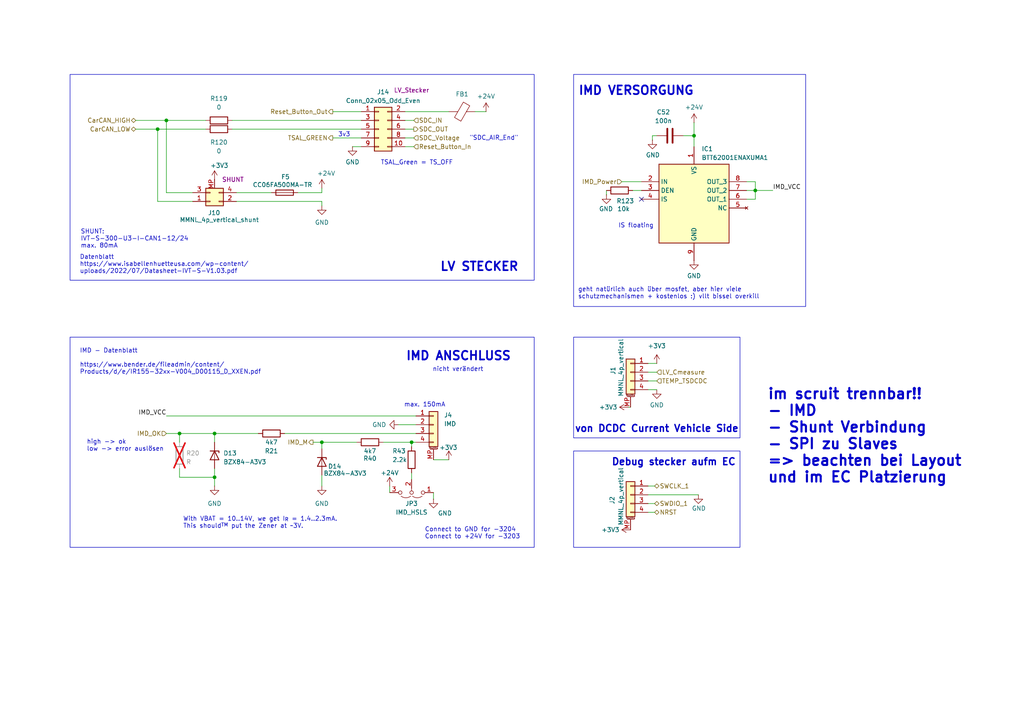
<source format=kicad_sch>
(kicad_sch
	(version 20231120)
	(generator "eeschema")
	(generator_version "8.0")
	(uuid "200fd554-4226-4e14-a1ce-db0521b00741")
	(paper "A4")
	(lib_symbols
		(symbol "BTT62001ENAXUMA1:BTT62001ENAXUMA1"
			(exclude_from_sim no)
			(in_bom yes)
			(on_board yes)
			(property "Reference" "IC"
				(at 26.67 7.62 0)
				(effects
					(font
						(size 1.27 1.27)
					)
					(justify left top)
				)
			)
			(property "Value" "BTT62001ENAXUMA1"
				(at 26.67 5.08 0)
				(effects
					(font
						(size 1.27 1.27)
					)
					(justify left top)
				)
			)
			(property "Footprint" "SOIC127P600X115-9N"
				(at 26.67 -94.92 0)
				(effects
					(font
						(size 1.27 1.27)
					)
					(justify left top)
					(hide yes)
				)
			)
			(property "Datasheet" "https://www.infineon.com/dgdl/Infineon-BTT6200-1ENA-DS-v01_00-EN.pdf?fileId=5546d462636cc8fb01645f3a31f312e9"
				(at 26.67 -194.92 0)
				(effects
					(font
						(size 1.27 1.27)
					)
					(justify left top)
					(hide yes)
				)
			)
			(property "Description" "Infineon PROFET"
				(at -2.54 5.334 0)
				(effects
					(font
						(size 1.27 1.27)
					)
					(hide yes)
				)
			)
			(property "Height" "1.15"
				(at 26.67 -394.92 0)
				(effects
					(font
						(size 1.27 1.27)
					)
					(justify left top)
					(hide yes)
				)
			)
			(property "Manufacturer_Name" "Infineon"
				(at 26.67 -494.92 0)
				(effects
					(font
						(size 1.27 1.27)
					)
					(justify left top)
					(hide yes)
				)
			)
			(property "Manufacturer_Part_Number" "BTT62001ENAXUMA1"
				(at 26.67 -594.92 0)
				(effects
					(font
						(size 1.27 1.27)
					)
					(justify left top)
					(hide yes)
				)
			)
			(property "Arrow Part Number" "BTT62001ENAXUMA1"
				(at 26.67 -694.92 0)
				(effects
					(font
						(size 1.27 1.27)
					)
					(justify left top)
					(hide yes)
				)
			)
			(property "Arrow Price/Stock" "https://www.arrow.com/en/products/btt62001enaxuma1/infineon-technologies-ag"
				(at 26.67 -794.92 0)
				(effects
					(font
						(size 1.27 1.27)
					)
					(justify left top)
					(hide yes)
				)
			)
			(symbol "BTT62001ENAXUMA1_1_1"
				(rectangle
					(start 5.08 2.54)
					(end 25.4 -20.32)
					(stroke
						(width 0.254)
						(type default)
					)
					(fill
						(type background)
					)
				)
				(pin passive line
					(at 15.24 7.62 270)
					(length 5.08)
					(name "VS"
						(effects
							(font
								(size 1.27 1.27)
							)
						)
					)
					(number "1"
						(effects
							(font
								(size 1.27 1.27)
							)
						)
					)
				)
				(pin passive line
					(at 0 -2.54 0)
					(length 5.08)
					(name "IN"
						(effects
							(font
								(size 1.27 1.27)
							)
						)
					)
					(number "2"
						(effects
							(font
								(size 1.27 1.27)
							)
						)
					)
				)
				(pin passive line
					(at 0 -5.08 0)
					(length 5.08)
					(name "DEN"
						(effects
							(font
								(size 1.27 1.27)
							)
						)
					)
					(number "3"
						(effects
							(font
								(size 1.27 1.27)
							)
						)
					)
				)
				(pin passive line
					(at 0 -7.62 0)
					(length 5.08)
					(name "IS"
						(effects
							(font
								(size 1.27 1.27)
							)
						)
					)
					(number "4"
						(effects
							(font
								(size 1.27 1.27)
							)
						)
					)
				)
				(pin no_connect line
					(at 30.48 -10.16 180)
					(length 5.08)
					(name "NC"
						(effects
							(font
								(size 1.27 1.27)
							)
						)
					)
					(number "5"
						(effects
							(font
								(size 1.27 1.27)
							)
						)
					)
				)
				(pin passive line
					(at 30.48 -7.62 180)
					(length 5.08)
					(name "OUT_1"
						(effects
							(font
								(size 1.27 1.27)
							)
						)
					)
					(number "6"
						(effects
							(font
								(size 1.27 1.27)
							)
						)
					)
				)
				(pin passive line
					(at 30.48 -5.08 180)
					(length 5.08)
					(name "OUT_2"
						(effects
							(font
								(size 1.27 1.27)
							)
						)
					)
					(number "7"
						(effects
							(font
								(size 1.27 1.27)
							)
						)
					)
				)
				(pin passive line
					(at 30.48 -2.54 180)
					(length 5.08)
					(name "OUT_3"
						(effects
							(font
								(size 1.27 1.27)
							)
						)
					)
					(number "8"
						(effects
							(font
								(size 1.27 1.27)
							)
						)
					)
				)
				(pin passive line
					(at 15.24 -25.4 90)
					(length 5.08)
					(name "GND"
						(effects
							(font
								(size 1.27 1.27)
							)
						)
					)
					(number "9"
						(effects
							(font
								(size 1.27 1.27)
							)
						)
					)
				)
			)
		)
		(symbol "Connector_Generic:Conn_02x05_Odd_Even"
			(pin_names
				(offset 1.016) hide)
			(exclude_from_sim no)
			(in_bom yes)
			(on_board yes)
			(property "Reference" "J"
				(at 1.27 7.62 0)
				(effects
					(font
						(size 1.27 1.27)
					)
				)
			)
			(property "Value" "Conn_02x05_Odd_Even"
				(at 1.27 -7.62 0)
				(effects
					(font
						(size 1.27 1.27)
					)
				)
			)
			(property "Footprint" ""
				(at 0 0 0)
				(effects
					(font
						(size 1.27 1.27)
					)
					(hide yes)
				)
			)
			(property "Datasheet" "~"
				(at 0 0 0)
				(effects
					(font
						(size 1.27 1.27)
					)
					(hide yes)
				)
			)
			(property "Description" "Generic connector, double row, 02x05, odd/even pin numbering scheme (row 1 odd numbers, row 2 even numbers), script generated (kicad-library-utils/schlib/autogen/connector/)"
				(at 0 0 0)
				(effects
					(font
						(size 1.27 1.27)
					)
					(hide yes)
				)
			)
			(property "ki_keywords" "connector"
				(at 0 0 0)
				(effects
					(font
						(size 1.27 1.27)
					)
					(hide yes)
				)
			)
			(property "ki_fp_filters" "Connector*:*_2x??_*"
				(at 0 0 0)
				(effects
					(font
						(size 1.27 1.27)
					)
					(hide yes)
				)
			)
			(symbol "Conn_02x05_Odd_Even_1_1"
				(rectangle
					(start -1.27 -4.953)
					(end 0 -5.207)
					(stroke
						(width 0.1524)
						(type default)
					)
					(fill
						(type none)
					)
				)
				(rectangle
					(start -1.27 -2.413)
					(end 0 -2.667)
					(stroke
						(width 0.1524)
						(type default)
					)
					(fill
						(type none)
					)
				)
				(rectangle
					(start -1.27 0.127)
					(end 0 -0.127)
					(stroke
						(width 0.1524)
						(type default)
					)
					(fill
						(type none)
					)
				)
				(rectangle
					(start -1.27 2.667)
					(end 0 2.413)
					(stroke
						(width 0.1524)
						(type default)
					)
					(fill
						(type none)
					)
				)
				(rectangle
					(start -1.27 5.207)
					(end 0 4.953)
					(stroke
						(width 0.1524)
						(type default)
					)
					(fill
						(type none)
					)
				)
				(rectangle
					(start -1.27 6.35)
					(end 3.81 -6.35)
					(stroke
						(width 0.254)
						(type default)
					)
					(fill
						(type background)
					)
				)
				(rectangle
					(start 3.81 -4.953)
					(end 2.54 -5.207)
					(stroke
						(width 0.1524)
						(type default)
					)
					(fill
						(type none)
					)
				)
				(rectangle
					(start 3.81 -2.413)
					(end 2.54 -2.667)
					(stroke
						(width 0.1524)
						(type default)
					)
					(fill
						(type none)
					)
				)
				(rectangle
					(start 3.81 0.127)
					(end 2.54 -0.127)
					(stroke
						(width 0.1524)
						(type default)
					)
					(fill
						(type none)
					)
				)
				(rectangle
					(start 3.81 2.667)
					(end 2.54 2.413)
					(stroke
						(width 0.1524)
						(type default)
					)
					(fill
						(type none)
					)
				)
				(rectangle
					(start 3.81 5.207)
					(end 2.54 4.953)
					(stroke
						(width 0.1524)
						(type default)
					)
					(fill
						(type none)
					)
				)
				(pin passive line
					(at -5.08 5.08 0)
					(length 3.81)
					(name "Pin_1"
						(effects
							(font
								(size 1.27 1.27)
							)
						)
					)
					(number "1"
						(effects
							(font
								(size 1.27 1.27)
							)
						)
					)
				)
				(pin passive line
					(at 7.62 -5.08 180)
					(length 3.81)
					(name "Pin_10"
						(effects
							(font
								(size 1.27 1.27)
							)
						)
					)
					(number "10"
						(effects
							(font
								(size 1.27 1.27)
							)
						)
					)
				)
				(pin passive line
					(at 7.62 5.08 180)
					(length 3.81)
					(name "Pin_2"
						(effects
							(font
								(size 1.27 1.27)
							)
						)
					)
					(number "2"
						(effects
							(font
								(size 1.27 1.27)
							)
						)
					)
				)
				(pin passive line
					(at -5.08 2.54 0)
					(length 3.81)
					(name "Pin_3"
						(effects
							(font
								(size 1.27 1.27)
							)
						)
					)
					(number "3"
						(effects
							(font
								(size 1.27 1.27)
							)
						)
					)
				)
				(pin passive line
					(at 7.62 2.54 180)
					(length 3.81)
					(name "Pin_4"
						(effects
							(font
								(size 1.27 1.27)
							)
						)
					)
					(number "4"
						(effects
							(font
								(size 1.27 1.27)
							)
						)
					)
				)
				(pin passive line
					(at -5.08 0 0)
					(length 3.81)
					(name "Pin_5"
						(effects
							(font
								(size 1.27 1.27)
							)
						)
					)
					(number "5"
						(effects
							(font
								(size 1.27 1.27)
							)
						)
					)
				)
				(pin passive line
					(at 7.62 0 180)
					(length 3.81)
					(name "Pin_6"
						(effects
							(font
								(size 1.27 1.27)
							)
						)
					)
					(number "6"
						(effects
							(font
								(size 1.27 1.27)
							)
						)
					)
				)
				(pin passive line
					(at -5.08 -2.54 0)
					(length 3.81)
					(name "Pin_7"
						(effects
							(font
								(size 1.27 1.27)
							)
						)
					)
					(number "7"
						(effects
							(font
								(size 1.27 1.27)
							)
						)
					)
				)
				(pin passive line
					(at 7.62 -2.54 180)
					(length 3.81)
					(name "Pin_8"
						(effects
							(font
								(size 1.27 1.27)
							)
						)
					)
					(number "8"
						(effects
							(font
								(size 1.27 1.27)
							)
						)
					)
				)
				(pin passive line
					(at -5.08 -5.08 0)
					(length 3.81)
					(name "Pin_9"
						(effects
							(font
								(size 1.27 1.27)
							)
						)
					)
					(number "9"
						(effects
							(font
								(size 1.27 1.27)
							)
						)
					)
				)
			)
		)
		(symbol "Connector_Generic_MountingPin:Conn_01x04_MountingPin"
			(pin_names
				(offset 1.016) hide)
			(exclude_from_sim no)
			(in_bom yes)
			(on_board yes)
			(property "Reference" "J"
				(at 0 5.08 0)
				(effects
					(font
						(size 1.27 1.27)
					)
				)
			)
			(property "Value" "Conn_01x04_MountingPin"
				(at 1.27 -7.62 0)
				(effects
					(font
						(size 1.27 1.27)
					)
					(justify left)
				)
			)
			(property "Footprint" ""
				(at 0 0 0)
				(effects
					(font
						(size 1.27 1.27)
					)
					(hide yes)
				)
			)
			(property "Datasheet" "~"
				(at 0 0 0)
				(effects
					(font
						(size 1.27 1.27)
					)
					(hide yes)
				)
			)
			(property "Description" "Generic connectable mounting pin connector, single row, 01x04, script generated (kicad-library-utils/schlib/autogen/connector/)"
				(at 0 0 0)
				(effects
					(font
						(size 1.27 1.27)
					)
					(hide yes)
				)
			)
			(property "ki_keywords" "connector"
				(at 0 0 0)
				(effects
					(font
						(size 1.27 1.27)
					)
					(hide yes)
				)
			)
			(property "ki_fp_filters" "Connector*:*_1x??-1MP*"
				(at 0 0 0)
				(effects
					(font
						(size 1.27 1.27)
					)
					(hide yes)
				)
			)
			(symbol "Conn_01x04_MountingPin_1_1"
				(rectangle
					(start -1.27 -4.953)
					(end 0 -5.207)
					(stroke
						(width 0.1524)
						(type default)
					)
					(fill
						(type none)
					)
				)
				(rectangle
					(start -1.27 -2.413)
					(end 0 -2.667)
					(stroke
						(width 0.1524)
						(type default)
					)
					(fill
						(type none)
					)
				)
				(rectangle
					(start -1.27 0.127)
					(end 0 -0.127)
					(stroke
						(width 0.1524)
						(type default)
					)
					(fill
						(type none)
					)
				)
				(rectangle
					(start -1.27 2.667)
					(end 0 2.413)
					(stroke
						(width 0.1524)
						(type default)
					)
					(fill
						(type none)
					)
				)
				(rectangle
					(start -1.27 3.81)
					(end 1.27 -6.35)
					(stroke
						(width 0.254)
						(type default)
					)
					(fill
						(type background)
					)
				)
				(polyline
					(pts
						(xy -1.016 -7.112) (xy 1.016 -7.112)
					)
					(stroke
						(width 0.1524)
						(type default)
					)
					(fill
						(type none)
					)
				)
				(text "Mounting"
					(at 0 -6.731 0)
					(effects
						(font
							(size 0.381 0.381)
						)
					)
				)
				(pin passive line
					(at -5.08 2.54 0)
					(length 3.81)
					(name "Pin_1"
						(effects
							(font
								(size 1.27 1.27)
							)
						)
					)
					(number "1"
						(effects
							(font
								(size 1.27 1.27)
							)
						)
					)
				)
				(pin passive line
					(at -5.08 0 0)
					(length 3.81)
					(name "Pin_2"
						(effects
							(font
								(size 1.27 1.27)
							)
						)
					)
					(number "2"
						(effects
							(font
								(size 1.27 1.27)
							)
						)
					)
				)
				(pin passive line
					(at -5.08 -2.54 0)
					(length 3.81)
					(name "Pin_3"
						(effects
							(font
								(size 1.27 1.27)
							)
						)
					)
					(number "3"
						(effects
							(font
								(size 1.27 1.27)
							)
						)
					)
				)
				(pin passive line
					(at -5.08 -5.08 0)
					(length 3.81)
					(name "Pin_4"
						(effects
							(font
								(size 1.27 1.27)
							)
						)
					)
					(number "4"
						(effects
							(font
								(size 1.27 1.27)
							)
						)
					)
				)
				(pin passive line
					(at 0 -10.16 90)
					(length 3.048)
					(name "MountPin"
						(effects
							(font
								(size 1.27 1.27)
							)
						)
					)
					(number "MP"
						(effects
							(font
								(size 1.27 1.27)
							)
						)
					)
				)
			)
		)
		(symbol "Device:C"
			(pin_numbers hide)
			(pin_names
				(offset 0.254)
			)
			(exclude_from_sim no)
			(in_bom yes)
			(on_board yes)
			(property "Reference" "C"
				(at 0.635 2.54 0)
				(effects
					(font
						(size 1.27 1.27)
					)
					(justify left)
				)
			)
			(property "Value" "C"
				(at 0.635 -2.54 0)
				(effects
					(font
						(size 1.27 1.27)
					)
					(justify left)
				)
			)
			(property "Footprint" ""
				(at 0.9652 -3.81 0)
				(effects
					(font
						(size 1.27 1.27)
					)
					(hide yes)
				)
			)
			(property "Datasheet" "~"
				(at 0 0 0)
				(effects
					(font
						(size 1.27 1.27)
					)
					(hide yes)
				)
			)
			(property "Description" "Unpolarized capacitor"
				(at 0 0 0)
				(effects
					(font
						(size 1.27 1.27)
					)
					(hide yes)
				)
			)
			(property "ki_keywords" "cap capacitor"
				(at 0 0 0)
				(effects
					(font
						(size 1.27 1.27)
					)
					(hide yes)
				)
			)
			(property "ki_fp_filters" "C_*"
				(at 0 0 0)
				(effects
					(font
						(size 1.27 1.27)
					)
					(hide yes)
				)
			)
			(symbol "C_0_1"
				(polyline
					(pts
						(xy -2.032 -0.762) (xy 2.032 -0.762)
					)
					(stroke
						(width 0.508)
						(type default)
					)
					(fill
						(type none)
					)
				)
				(polyline
					(pts
						(xy -2.032 0.762) (xy 2.032 0.762)
					)
					(stroke
						(width 0.508)
						(type default)
					)
					(fill
						(type none)
					)
				)
			)
			(symbol "C_1_1"
				(pin passive line
					(at 0 3.81 270)
					(length 2.794)
					(name "~"
						(effects
							(font
								(size 1.27 1.27)
							)
						)
					)
					(number "1"
						(effects
							(font
								(size 1.27 1.27)
							)
						)
					)
				)
				(pin passive line
					(at 0 -3.81 90)
					(length 2.794)
					(name "~"
						(effects
							(font
								(size 1.27 1.27)
							)
						)
					)
					(number "2"
						(effects
							(font
								(size 1.27 1.27)
							)
						)
					)
				)
			)
		)
		(symbol "Device:FerriteBead"
			(pin_numbers hide)
			(pin_names
				(offset 0)
			)
			(exclude_from_sim no)
			(in_bom yes)
			(on_board yes)
			(property "Reference" "FB"
				(at -3.81 0.635 90)
				(effects
					(font
						(size 1.27 1.27)
					)
				)
			)
			(property "Value" "FerriteBead"
				(at 3.81 0 90)
				(effects
					(font
						(size 1.27 1.27)
					)
				)
			)
			(property "Footprint" ""
				(at -1.778 0 90)
				(effects
					(font
						(size 1.27 1.27)
					)
					(hide yes)
				)
			)
			(property "Datasheet" "~"
				(at 0 0 0)
				(effects
					(font
						(size 1.27 1.27)
					)
					(hide yes)
				)
			)
			(property "Description" "Ferrite bead"
				(at 0 0 0)
				(effects
					(font
						(size 1.27 1.27)
					)
					(hide yes)
				)
			)
			(property "ki_keywords" "L ferrite bead inductor filter"
				(at 0 0 0)
				(effects
					(font
						(size 1.27 1.27)
					)
					(hide yes)
				)
			)
			(property "ki_fp_filters" "Inductor_* L_* *Ferrite*"
				(at 0 0 0)
				(effects
					(font
						(size 1.27 1.27)
					)
					(hide yes)
				)
			)
			(symbol "FerriteBead_0_1"
				(polyline
					(pts
						(xy 0 -1.27) (xy 0 -1.2192)
					)
					(stroke
						(width 0)
						(type default)
					)
					(fill
						(type none)
					)
				)
				(polyline
					(pts
						(xy 0 1.27) (xy 0 1.2954)
					)
					(stroke
						(width 0)
						(type default)
					)
					(fill
						(type none)
					)
				)
				(polyline
					(pts
						(xy -2.7686 0.4064) (xy -1.7018 2.2606) (xy 2.7686 -0.3048) (xy 1.6764 -2.159) (xy -2.7686 0.4064)
					)
					(stroke
						(width 0)
						(type default)
					)
					(fill
						(type none)
					)
				)
			)
			(symbol "FerriteBead_1_1"
				(pin passive line
					(at 0 3.81 270)
					(length 2.54)
					(name "~"
						(effects
							(font
								(size 1.27 1.27)
							)
						)
					)
					(number "1"
						(effects
							(font
								(size 1.27 1.27)
							)
						)
					)
				)
				(pin passive line
					(at 0 -3.81 90)
					(length 2.54)
					(name "~"
						(effects
							(font
								(size 1.27 1.27)
							)
						)
					)
					(number "2"
						(effects
							(font
								(size 1.27 1.27)
							)
						)
					)
				)
			)
		)
		(symbol "Device:Fuse"
			(pin_numbers hide)
			(pin_names
				(offset 0)
			)
			(exclude_from_sim no)
			(in_bom yes)
			(on_board yes)
			(property "Reference" "F"
				(at 2.032 0 90)
				(effects
					(font
						(size 1.27 1.27)
					)
				)
			)
			(property "Value" "Fuse"
				(at -1.905 0 90)
				(effects
					(font
						(size 1.27 1.27)
					)
				)
			)
			(property "Footprint" ""
				(at -1.778 0 90)
				(effects
					(font
						(size 1.27 1.27)
					)
					(hide yes)
				)
			)
			(property "Datasheet" "~"
				(at 0 0 0)
				(effects
					(font
						(size 1.27 1.27)
					)
					(hide yes)
				)
			)
			(property "Description" "Fuse"
				(at 0 0 0)
				(effects
					(font
						(size 1.27 1.27)
					)
					(hide yes)
				)
			)
			(property "ki_keywords" "fuse"
				(at 0 0 0)
				(effects
					(font
						(size 1.27 1.27)
					)
					(hide yes)
				)
			)
			(property "ki_fp_filters" "*Fuse*"
				(at 0 0 0)
				(effects
					(font
						(size 1.27 1.27)
					)
					(hide yes)
				)
			)
			(symbol "Fuse_0_1"
				(rectangle
					(start -0.762 -2.54)
					(end 0.762 2.54)
					(stroke
						(width 0.254)
						(type default)
					)
					(fill
						(type none)
					)
				)
				(polyline
					(pts
						(xy 0 2.54) (xy 0 -2.54)
					)
					(stroke
						(width 0)
						(type default)
					)
					(fill
						(type none)
					)
				)
			)
			(symbol "Fuse_1_1"
				(pin passive line
					(at 0 3.81 270)
					(length 1.27)
					(name "~"
						(effects
							(font
								(size 1.27 1.27)
							)
						)
					)
					(number "1"
						(effects
							(font
								(size 1.27 1.27)
							)
						)
					)
				)
				(pin passive line
					(at 0 -3.81 90)
					(length 1.27)
					(name "~"
						(effects
							(font
								(size 1.27 1.27)
							)
						)
					)
					(number "2"
						(effects
							(font
								(size 1.27 1.27)
							)
						)
					)
				)
			)
		)
		(symbol "Device:R"
			(pin_numbers hide)
			(pin_names
				(offset 0)
			)
			(exclude_from_sim no)
			(in_bom yes)
			(on_board yes)
			(property "Reference" "R"
				(at 2.032 0 90)
				(effects
					(font
						(size 1.27 1.27)
					)
				)
			)
			(property "Value" "R"
				(at 0 0 90)
				(effects
					(font
						(size 1.27 1.27)
					)
				)
			)
			(property "Footprint" ""
				(at -1.778 0 90)
				(effects
					(font
						(size 1.27 1.27)
					)
					(hide yes)
				)
			)
			(property "Datasheet" "~"
				(at 0 0 0)
				(effects
					(font
						(size 1.27 1.27)
					)
					(hide yes)
				)
			)
			(property "Description" "Resistor"
				(at 0 0 0)
				(effects
					(font
						(size 1.27 1.27)
					)
					(hide yes)
				)
			)
			(property "ki_keywords" "R res resistor"
				(at 0 0 0)
				(effects
					(font
						(size 1.27 1.27)
					)
					(hide yes)
				)
			)
			(property "ki_fp_filters" "R_*"
				(at 0 0 0)
				(effects
					(font
						(size 1.27 1.27)
					)
					(hide yes)
				)
			)
			(symbol "R_0_1"
				(rectangle
					(start -1.016 -2.54)
					(end 1.016 2.54)
					(stroke
						(width 0.254)
						(type default)
					)
					(fill
						(type none)
					)
				)
			)
			(symbol "R_1_1"
				(pin passive line
					(at 0 3.81 270)
					(length 1.27)
					(name "~"
						(effects
							(font
								(size 1.27 1.27)
							)
						)
					)
					(number "1"
						(effects
							(font
								(size 1.27 1.27)
							)
						)
					)
				)
				(pin passive line
					(at 0 -3.81 90)
					(length 1.27)
					(name "~"
						(effects
							(font
								(size 1.27 1.27)
							)
						)
					)
					(number "2"
						(effects
							(font
								(size 1.27 1.27)
							)
						)
					)
				)
			)
		)
		(symbol "Jumper:Jumper_3_Open"
			(pin_names
				(offset 0) hide)
			(exclude_from_sim no)
			(in_bom yes)
			(on_board yes)
			(property "Reference" "JP"
				(at -2.54 -2.54 0)
				(effects
					(font
						(size 1.27 1.27)
					)
				)
			)
			(property "Value" "Jumper_3_Open"
				(at 0 2.794 0)
				(effects
					(font
						(size 1.27 1.27)
					)
				)
			)
			(property "Footprint" ""
				(at 0 0 0)
				(effects
					(font
						(size 1.27 1.27)
					)
					(hide yes)
				)
			)
			(property "Datasheet" "~"
				(at 0 0 0)
				(effects
					(font
						(size 1.27 1.27)
					)
					(hide yes)
				)
			)
			(property "Description" "Jumper, 3-pole, both open"
				(at 0 0 0)
				(effects
					(font
						(size 1.27 1.27)
					)
					(hide yes)
				)
			)
			(property "ki_keywords" "Jumper SPDT"
				(at 0 0 0)
				(effects
					(font
						(size 1.27 1.27)
					)
					(hide yes)
				)
			)
			(property "ki_fp_filters" "Jumper* TestPoint*3Pads* TestPoint*Bridge*"
				(at 0 0 0)
				(effects
					(font
						(size 1.27 1.27)
					)
					(hide yes)
				)
			)
			(symbol "Jumper_3_Open_0_0"
				(circle
					(center -3.302 0)
					(radius 0.508)
					(stroke
						(width 0)
						(type default)
					)
					(fill
						(type none)
					)
				)
				(circle
					(center 0 0)
					(radius 0.508)
					(stroke
						(width 0)
						(type default)
					)
					(fill
						(type none)
					)
				)
				(circle
					(center 3.302 0)
					(radius 0.508)
					(stroke
						(width 0)
						(type default)
					)
					(fill
						(type none)
					)
				)
			)
			(symbol "Jumper_3_Open_0_1"
				(arc
					(start -0.254 1.016)
					(mid -1.651 1.4992)
					(end -3.048 1.016)
					(stroke
						(width 0)
						(type default)
					)
					(fill
						(type none)
					)
				)
				(polyline
					(pts
						(xy 0 -0.508) (xy 0 -1.27)
					)
					(stroke
						(width 0)
						(type default)
					)
					(fill
						(type none)
					)
				)
				(arc
					(start 3.048 1.016)
					(mid 1.651 1.4992)
					(end 0.254 1.016)
					(stroke
						(width 0)
						(type default)
					)
					(fill
						(type none)
					)
				)
			)
			(symbol "Jumper_3_Open_1_1"
				(pin passive line
					(at -6.35 0 0)
					(length 2.54)
					(name "A"
						(effects
							(font
								(size 1.27 1.27)
							)
						)
					)
					(number "1"
						(effects
							(font
								(size 1.27 1.27)
							)
						)
					)
				)
				(pin passive line
					(at 0 -3.81 90)
					(length 2.54)
					(name "C"
						(effects
							(font
								(size 1.27 1.27)
							)
						)
					)
					(number "2"
						(effects
							(font
								(size 1.27 1.27)
							)
						)
					)
				)
				(pin passive line
					(at 6.35 0 180)
					(length 2.54)
					(name "B"
						(effects
							(font
								(size 1.27 1.27)
							)
						)
					)
					(number "3"
						(effects
							(font
								(size 1.27 1.27)
							)
						)
					)
				)
			)
		)
		(symbol "Master:BZX84-A3V3"
			(pin_numbers hide)
			(pin_names
				(offset 1.016) hide)
			(exclude_from_sim no)
			(in_bom yes)
			(on_board yes)
			(property "Reference" "D"
				(at 0 2.54 0)
				(effects
					(font
						(size 1.27 1.27)
					)
				)
			)
			(property "Value" "BZX84-A3V3"
				(at 0 -2.54 0)
				(effects
					(font
						(size 1.27 1.27)
					)
				)
			)
			(property "Footprint" "Package_TO_SOT_SMD:SOT-23-3"
				(at 0 5.08 0)
				(effects
					(font
						(size 1.27 1.27)
					)
					(hide yes)
				)
			)
			(property "Datasheet" "~"
				(at 0 0 0)
				(effects
					(font
						(size 1.27 1.27)
					)
					(hide yes)
				)
			)
			(property "Description" "Zener diode 3.3V SOT-23"
				(at 0 0 0)
				(effects
					(font
						(size 1.27 1.27)
					)
					(hide yes)
				)
			)
			(property "ki_keywords" "diode"
				(at 0 0 0)
				(effects
					(font
						(size 1.27 1.27)
					)
					(hide yes)
				)
			)
			(property "ki_fp_filters" "TO-???* *_Diode_* *SingleDiode* D_*"
				(at 0 0 0)
				(effects
					(font
						(size 1.27 1.27)
					)
					(hide yes)
				)
			)
			(symbol "BZX84-A3V3_0_1"
				(polyline
					(pts
						(xy 1.27 0) (xy -1.27 0)
					)
					(stroke
						(width 0)
						(type default)
					)
					(fill
						(type none)
					)
				)
				(polyline
					(pts
						(xy -1.27 -1.27) (xy -1.27 1.27) (xy -0.762 1.27)
					)
					(stroke
						(width 0.254)
						(type default)
					)
					(fill
						(type none)
					)
				)
				(polyline
					(pts
						(xy 1.27 -1.27) (xy 1.27 1.27) (xy -1.27 0) (xy 1.27 -1.27)
					)
					(stroke
						(width 0.254)
						(type default)
					)
					(fill
						(type none)
					)
				)
			)
			(symbol "BZX84-A3V3_1_1"
				(pin passive line
					(at 3.81 0 180)
					(length 2.54)
					(name "A"
						(effects
							(font
								(size 1.27 1.27)
							)
						)
					)
					(number "1"
						(effects
							(font
								(size 1.27 1.27)
							)
						)
					)
				)
				(pin passive line
					(at -3.81 0 0)
					(length 2.54)
					(name "K"
						(effects
							(font
								(size 1.27 1.27)
							)
						)
					)
					(number "3"
						(effects
							(font
								(size 1.27 1.27)
							)
						)
					)
				)
			)
		)
		(symbol "Master:MMNL_2x2p_vertical"
			(pin_names
				(offset 1.016) hide)
			(exclude_from_sim no)
			(in_bom yes)
			(on_board yes)
			(property "Reference" "J"
				(at 1.27 2.54 0)
				(effects
					(font
						(size 1.27 1.27)
					)
				)
			)
			(property "Value" "MMNL_2x2p_vertical"
				(at 1.27 -5.08 0)
				(effects
					(font
						(size 1.27 1.27)
					)
				)
			)
			(property "Footprint" "FaSTTUBe_connectors:Micro_Mate-N-Lok_2x2p_vertical"
				(at 2.54 -7.112 0)
				(effects
					(font
						(size 1.27 1.27)
					)
					(hide yes)
				)
			)
			(property "Datasheet" "~"
				(at 0 0 0)
				(effects
					(font
						(size 1.27 1.27)
					)
					(hide yes)
				)
			)
			(property "Description" "Generic connector, double row, 02x02, odd/even pin numbering scheme (row 1 odd numbers, row 2 even numbers), script generated (kicad-library-utils/schlib/autogen/connector/)"
				(at 2.032 -9.398 0)
				(effects
					(font
						(size 1.27 1.27)
					)
					(hide yes)
				)
			)
			(property "ki_keywords" "connector"
				(at 0 0 0)
				(effects
					(font
						(size 1.27 1.27)
					)
					(hide yes)
				)
			)
			(property "ki_fp_filters" "Connector*:*_2x??_*"
				(at 0 0 0)
				(effects
					(font
						(size 1.27 1.27)
					)
					(hide yes)
				)
			)
			(symbol "MMNL_2x2p_vertical_1_1"
				(rectangle
					(start -1.27 -2.413)
					(end 0 -2.667)
					(stroke
						(width 0.1524)
						(type default)
					)
					(fill
						(type none)
					)
				)
				(rectangle
					(start -1.27 0.127)
					(end 0 -0.127)
					(stroke
						(width 0.1524)
						(type default)
					)
					(fill
						(type none)
					)
				)
				(rectangle
					(start -1.27 1.27)
					(end 3.81 -3.81)
					(stroke
						(width 0.254)
						(type default)
					)
					(fill
						(type background)
					)
				)
				(rectangle
					(start 3.81 -2.413)
					(end 2.54 -2.667)
					(stroke
						(width 0.1524)
						(type default)
					)
					(fill
						(type none)
					)
				)
				(rectangle
					(start 3.81 0.127)
					(end 2.54 -0.127)
					(stroke
						(width 0.1524)
						(type default)
					)
					(fill
						(type none)
					)
				)
				(pin passive line
					(at -5.08 0 0)
					(length 3.81)
					(name "Pin_1"
						(effects
							(font
								(size 1.27 1.27)
							)
						)
					)
					(number "1"
						(effects
							(font
								(size 1.27 1.27)
							)
						)
					)
				)
				(pin passive line
					(at 7.62 0 180)
					(length 3.81)
					(name "Pin_2"
						(effects
							(font
								(size 1.27 1.27)
							)
						)
					)
					(number "2"
						(effects
							(font
								(size 1.27 1.27)
							)
						)
					)
				)
				(pin passive line
					(at -5.08 -2.54 0)
					(length 3.81)
					(name "Pin_3"
						(effects
							(font
								(size 1.27 1.27)
							)
						)
					)
					(number "3"
						(effects
							(font
								(size 1.27 1.27)
							)
						)
					)
				)
				(pin passive line
					(at 7.62 -2.54 180)
					(length 3.81)
					(name "Pin_4"
						(effects
							(font
								(size 1.27 1.27)
							)
						)
					)
					(number "4"
						(effects
							(font
								(size 1.27 1.27)
							)
						)
					)
				)
				(pin passive line
					(at 1.27 -6.35 90)
					(length 2.54)
					(name ""
						(effects
							(font
								(size 1.27 1.27)
							)
						)
					)
					(number "MP"
						(effects
							(font
								(size 1.27 1.27)
							)
						)
					)
				)
			)
		)
		(symbol "power:+12V"
			(power)
			(pin_numbers hide)
			(pin_names
				(offset 0) hide)
			(exclude_from_sim no)
			(in_bom yes)
			(on_board yes)
			(property "Reference" "#PWR"
				(at 0 -3.81 0)
				(effects
					(font
						(size 1.27 1.27)
					)
					(hide yes)
				)
			)
			(property "Value" "+12V"
				(at 0 3.556 0)
				(effects
					(font
						(size 1.27 1.27)
					)
				)
			)
			(property "Footprint" ""
				(at 0 0 0)
				(effects
					(font
						(size 1.27 1.27)
					)
					(hide yes)
				)
			)
			(property "Datasheet" ""
				(at 0 0 0)
				(effects
					(font
						(size 1.27 1.27)
					)
					(hide yes)
				)
			)
			(property "Description" "Power symbol creates a global label with name \"+12V\""
				(at 0 0 0)
				(effects
					(font
						(size 1.27 1.27)
					)
					(hide yes)
				)
			)
			(property "ki_keywords" "global power"
				(at 0 0 0)
				(effects
					(font
						(size 1.27 1.27)
					)
					(hide yes)
				)
			)
			(symbol "+12V_0_1"
				(polyline
					(pts
						(xy -0.762 1.27) (xy 0 2.54)
					)
					(stroke
						(width 0)
						(type default)
					)
					(fill
						(type none)
					)
				)
				(polyline
					(pts
						(xy 0 0) (xy 0 2.54)
					)
					(stroke
						(width 0)
						(type default)
					)
					(fill
						(type none)
					)
				)
				(polyline
					(pts
						(xy 0 2.54) (xy 0.762 1.27)
					)
					(stroke
						(width 0)
						(type default)
					)
					(fill
						(type none)
					)
				)
			)
			(symbol "+12V_1_1"
				(pin power_in line
					(at 0 0 90)
					(length 0)
					(name "~"
						(effects
							(font
								(size 1.27 1.27)
							)
						)
					)
					(number "1"
						(effects
							(font
								(size 1.27 1.27)
							)
						)
					)
				)
			)
		)
		(symbol "power:+24V"
			(power)
			(pin_numbers hide)
			(pin_names
				(offset 0) hide)
			(exclude_from_sim no)
			(in_bom yes)
			(on_board yes)
			(property "Reference" "#PWR"
				(at 0 -3.81 0)
				(effects
					(font
						(size 1.27 1.27)
					)
					(hide yes)
				)
			)
			(property "Value" "+24V"
				(at 0 3.556 0)
				(effects
					(font
						(size 1.27 1.27)
					)
				)
			)
			(property "Footprint" ""
				(at 0 0 0)
				(effects
					(font
						(size 1.27 1.27)
					)
					(hide yes)
				)
			)
			(property "Datasheet" ""
				(at 0 0 0)
				(effects
					(font
						(size 1.27 1.27)
					)
					(hide yes)
				)
			)
			(property "Description" "Power symbol creates a global label with name \"+24V\""
				(at 0 0 0)
				(effects
					(font
						(size 1.27 1.27)
					)
					(hide yes)
				)
			)
			(property "ki_keywords" "global power"
				(at 0 0 0)
				(effects
					(font
						(size 1.27 1.27)
					)
					(hide yes)
				)
			)
			(symbol "+24V_0_1"
				(polyline
					(pts
						(xy -0.762 1.27) (xy 0 2.54)
					)
					(stroke
						(width 0)
						(type default)
					)
					(fill
						(type none)
					)
				)
				(polyline
					(pts
						(xy 0 0) (xy 0 2.54)
					)
					(stroke
						(width 0)
						(type default)
					)
					(fill
						(type none)
					)
				)
				(polyline
					(pts
						(xy 0 2.54) (xy 0.762 1.27)
					)
					(stroke
						(width 0)
						(type default)
					)
					(fill
						(type none)
					)
				)
			)
			(symbol "+24V_1_1"
				(pin power_in line
					(at 0 0 90)
					(length 0)
					(name "~"
						(effects
							(font
								(size 1.27 1.27)
							)
						)
					)
					(number "1"
						(effects
							(font
								(size 1.27 1.27)
							)
						)
					)
				)
			)
		)
		(symbol "power:+3V3"
			(power)
			(pin_numbers hide)
			(pin_names
				(offset 0) hide)
			(exclude_from_sim no)
			(in_bom yes)
			(on_board yes)
			(property "Reference" "#PWR"
				(at 0 -3.81 0)
				(effects
					(font
						(size 1.27 1.27)
					)
					(hide yes)
				)
			)
			(property "Value" "+3V3"
				(at 0 3.556 0)
				(effects
					(font
						(size 1.27 1.27)
					)
				)
			)
			(property "Footprint" ""
				(at 0 0 0)
				(effects
					(font
						(size 1.27 1.27)
					)
					(hide yes)
				)
			)
			(property "Datasheet" ""
				(at 0 0 0)
				(effects
					(font
						(size 1.27 1.27)
					)
					(hide yes)
				)
			)
			(property "Description" "Power symbol creates a global label with name \"+3V3\""
				(at 0 0 0)
				(effects
					(font
						(size 1.27 1.27)
					)
					(hide yes)
				)
			)
			(property "ki_keywords" "global power"
				(at 0 0 0)
				(effects
					(font
						(size 1.27 1.27)
					)
					(hide yes)
				)
			)
			(symbol "+3V3_0_1"
				(polyline
					(pts
						(xy -0.762 1.27) (xy 0 2.54)
					)
					(stroke
						(width 0)
						(type default)
					)
					(fill
						(type none)
					)
				)
				(polyline
					(pts
						(xy 0 0) (xy 0 2.54)
					)
					(stroke
						(width 0)
						(type default)
					)
					(fill
						(type none)
					)
				)
				(polyline
					(pts
						(xy 0 2.54) (xy 0.762 1.27)
					)
					(stroke
						(width 0)
						(type default)
					)
					(fill
						(type none)
					)
				)
			)
			(symbol "+3V3_1_1"
				(pin power_in line
					(at 0 0 90)
					(length 0)
					(name "~"
						(effects
							(font
								(size 1.27 1.27)
							)
						)
					)
					(number "1"
						(effects
							(font
								(size 1.27 1.27)
							)
						)
					)
				)
			)
		)
		(symbol "power:GND"
			(power)
			(pin_numbers hide)
			(pin_names
				(offset 0) hide)
			(exclude_from_sim no)
			(in_bom yes)
			(on_board yes)
			(property "Reference" "#PWR"
				(at 0 -6.35 0)
				(effects
					(font
						(size 1.27 1.27)
					)
					(hide yes)
				)
			)
			(property "Value" "GND"
				(at 0 -3.81 0)
				(effects
					(font
						(size 1.27 1.27)
					)
				)
			)
			(property "Footprint" ""
				(at 0 0 0)
				(effects
					(font
						(size 1.27 1.27)
					)
					(hide yes)
				)
			)
			(property "Datasheet" ""
				(at 0 0 0)
				(effects
					(font
						(size 1.27 1.27)
					)
					(hide yes)
				)
			)
			(property "Description" "Power symbol creates a global label with name \"GND\" , ground"
				(at 0 0 0)
				(effects
					(font
						(size 1.27 1.27)
					)
					(hide yes)
				)
			)
			(property "ki_keywords" "global power"
				(at 0 0 0)
				(effects
					(font
						(size 1.27 1.27)
					)
					(hide yes)
				)
			)
			(symbol "GND_0_1"
				(polyline
					(pts
						(xy 0 0) (xy 0 -1.27) (xy 1.27 -1.27) (xy 0 -2.54) (xy -1.27 -1.27) (xy 0 -1.27)
					)
					(stroke
						(width 0)
						(type default)
					)
					(fill
						(type none)
					)
				)
			)
			(symbol "GND_1_1"
				(pin power_in line
					(at 0 0 270)
					(length 0)
					(name "~"
						(effects
							(font
								(size 1.27 1.27)
							)
						)
					)
					(number "1"
						(effects
							(font
								(size 1.27 1.27)
							)
						)
					)
				)
			)
		)
	)
	(junction
		(at 52.07 125.73)
		(diameter 0)
		(color 0 0 0 0)
		(uuid "19072f10-ee5a-4b22-866e-df3b513352af")
	)
	(junction
		(at 93.345 128.27)
		(diameter 0)
		(color 0 0 0 0)
		(uuid "42343a46-3f07-428a-bf16-87efa8edff8c")
	)
	(junction
		(at 48.26 34.925)
		(diameter 0)
		(color 0 0 0 0)
		(uuid "4769e45c-17ba-4922-b819-a8e35fb3acc2")
	)
	(junction
		(at 219.075 55.245)
		(diameter 0)
		(color 0 0 0 0)
		(uuid "6eb95d5a-70b5-4668-b223-c8726612b6e7")
	)
	(junction
		(at 62.23 138.43)
		(diameter 0)
		(color 0 0 0 0)
		(uuid "93b1b874-e97f-47cf-b2c6-2e87d002f9cf")
	)
	(junction
		(at 201.295 39.37)
		(diameter 0)
		(color 0 0 0 0)
		(uuid "adbc9845-3c94-4ee5-93b5-dad7fa542b18")
	)
	(junction
		(at 62.23 125.73)
		(diameter 0)
		(color 0 0 0 0)
		(uuid "d4ac3df1-5e23-4aaa-ab12-71161d937d30")
	)
	(junction
		(at 119.38 128.27)
		(diameter 0)
		(color 0 0 0 0)
		(uuid "ed35cf1b-2ef9-4b44-b8e6-06c905269c9b")
	)
	(junction
		(at 45.72 37.465)
		(diameter 0)
		(color 0 0 0 0)
		(uuid "f497c29c-fe32-4760-93b5-0c99773088aa")
	)
	(no_connect
		(at 186.055 57.785)
		(uuid "3e9e0879-cd00-495f-bae5-53fa16f0f4cb")
	)
	(wire
		(pts
			(xy 93.345 55.88) (xy 86.36 55.88)
		)
		(stroke
			(width 0)
			(type default)
		)
		(uuid "0255bc4f-36a3-4788-8032-6c8b69c1750e")
	)
	(wire
		(pts
			(xy 48.26 34.925) (xy 59.69 34.925)
		)
		(stroke
			(width 0)
			(type default)
		)
		(uuid "0799e8c7-0f92-4b61-97c2-550cf9627324")
	)
	(wire
		(pts
			(xy 219.075 55.245) (xy 216.535 55.245)
		)
		(stroke
			(width 0)
			(type default)
		)
		(uuid "0db18b39-d9c5-4aac-b3dd-f8a9d98eb556")
	)
	(wire
		(pts
			(xy 68.58 55.88) (xy 78.74 55.88)
		)
		(stroke
			(width 0)
			(type default)
		)
		(uuid "1c0154b9-0327-45d8-825d-2b767943d664")
	)
	(wire
		(pts
			(xy 45.72 37.465) (xy 59.69 37.465)
		)
		(stroke
			(width 0)
			(type default)
		)
		(uuid "1f83c307-9184-4452-885a-9ef3548cf41c")
	)
	(wire
		(pts
			(xy 48.26 34.925) (xy 48.26 55.88)
		)
		(stroke
			(width 0)
			(type default)
		)
		(uuid "223afdb1-54b8-4708-a73f-4c87cf9232dc")
	)
	(wire
		(pts
			(xy 62.23 125.73) (xy 62.23 128.27)
		)
		(stroke
			(width 0)
			(type default)
		)
		(uuid "231aadfb-dd2a-4d9d-b80c-98d50e0763d9")
	)
	(wire
		(pts
			(xy 93.345 58.42) (xy 68.58 58.42)
		)
		(stroke
			(width 0)
			(type default)
		)
		(uuid "29e9c02a-14a3-4fc5-a05b-8b2cf24518b9")
	)
	(wire
		(pts
			(xy 219.075 52.705) (xy 219.075 55.245)
		)
		(stroke
			(width 0)
			(type default)
		)
		(uuid "32986fc9-cb07-4b8b-81c0-599312b0485a")
	)
	(wire
		(pts
			(xy 120.015 37.465) (xy 117.475 37.465)
		)
		(stroke
			(width 0)
			(type default)
		)
		(uuid "347a1e79-8e4b-4212-a960-6fb89efef66b")
	)
	(wire
		(pts
			(xy 216.535 52.705) (xy 219.075 52.705)
		)
		(stroke
			(width 0)
			(type default)
		)
		(uuid "383b9c21-a5f9-4fc9-b19d-182838d2e88a")
	)
	(wire
		(pts
			(xy 120.015 42.545) (xy 117.475 42.545)
		)
		(stroke
			(width 0)
			(type default)
		)
		(uuid "3b34f4ef-ab8d-44ee-a2d0-2a31d1589d6d")
	)
	(wire
		(pts
			(xy 90.805 128.27) (xy 93.345 128.27)
		)
		(stroke
			(width 0)
			(type default)
		)
		(uuid "3c4e452b-00d9-4808-b9d0-92515ec0fb60")
	)
	(wire
		(pts
			(xy 82.55 125.73) (xy 120.65 125.73)
		)
		(stroke
			(width 0)
			(type default)
		)
		(uuid "43f74520-4556-4d56-8b10-40de637704fc")
	)
	(wire
		(pts
			(xy 52.07 125.73) (xy 62.23 125.73)
		)
		(stroke
			(width 0)
			(type default)
		)
		(uuid "452b695d-025e-47a2-922c-47540bbcdd01")
	)
	(wire
		(pts
			(xy 140.97 32.385) (xy 137.795 32.385)
		)
		(stroke
			(width 0)
			(type default)
		)
		(uuid "49b1872b-23ad-44c4-b7ac-aef33c11aa54")
	)
	(wire
		(pts
			(xy 117.475 32.385) (xy 130.175 32.385)
		)
		(stroke
			(width 0)
			(type default)
		)
		(uuid "4eb67373-e7de-4954-b18d-72959d4e5ed7")
	)
	(wire
		(pts
			(xy 175.895 56.515) (xy 175.895 55.245)
		)
		(stroke
			(width 0)
			(type default)
		)
		(uuid "58e0f839-12dc-4f66-841a-fc8d94ded7b8")
	)
	(wire
		(pts
			(xy 119.38 128.27) (xy 119.38 129.54)
		)
		(stroke
			(width 0)
			(type default)
		)
		(uuid "5a375e9a-6a43-48b5-8ab7-ed74b79f317a")
	)
	(wire
		(pts
			(xy 103.505 128.27) (xy 93.345 128.27)
		)
		(stroke
			(width 0)
			(type default)
		)
		(uuid "5dedd505-5525-4264-9901-2faf9d46f31a")
	)
	(wire
		(pts
			(xy 189.865 140.97) (xy 187.96 140.97)
		)
		(stroke
			(width 0)
			(type default)
		)
		(uuid "5f5f1b64-2e43-4140-9a1f-23a916c2d4be")
	)
	(wire
		(pts
			(xy 125.73 142.875) (xy 125.73 144.78)
		)
		(stroke
			(width 0)
			(type default)
		)
		(uuid "62fd7570-7c4f-42aa-ad92-fb462293d33d")
	)
	(wire
		(pts
			(xy 93.345 137.795) (xy 93.345 140.97)
		)
		(stroke
			(width 0)
			(type default)
		)
		(uuid "6eccbf36-59ea-4e49-ad7d-b589600064a0")
	)
	(wire
		(pts
			(xy 93.345 59.69) (xy 93.345 58.42)
		)
		(stroke
			(width 0)
			(type default)
		)
		(uuid "706f8d03-a3b3-4ed3-95ae-a1d3ac319a85")
	)
	(wire
		(pts
			(xy 39.37 34.925) (xy 48.26 34.925)
		)
		(stroke
			(width 0)
			(type default)
		)
		(uuid "7316454d-0863-49c7-88d3-874c47bc083b")
	)
	(wire
		(pts
			(xy 45.72 58.42) (xy 55.88 58.42)
		)
		(stroke
			(width 0)
			(type default)
		)
		(uuid "77dce1da-d32b-4ae2-929e-4eddda6dc2b7")
	)
	(wire
		(pts
			(xy 45.72 37.465) (xy 45.72 58.42)
		)
		(stroke
			(width 0)
			(type default)
		)
		(uuid "7ad3efa0-d9e7-43dc-9f75-5a8f51ce80e6")
	)
	(wire
		(pts
			(xy 189.865 148.59) (xy 187.96 148.59)
		)
		(stroke
			(width 0)
			(type default)
		)
		(uuid "7be14796-1d26-4ef1-948d-83ffc641207f")
	)
	(wire
		(pts
			(xy 183.515 55.245) (xy 186.055 55.245)
		)
		(stroke
			(width 0)
			(type default)
		)
		(uuid "7d83cce6-098a-4b7f-b29c-85045c30e368")
	)
	(wire
		(pts
			(xy 117.475 40.005) (xy 120.015 40.005)
		)
		(stroke
			(width 0)
			(type default)
		)
		(uuid "7eb99c9a-585e-4f9f-8190-ac4bd6bf5e09")
	)
	(wire
		(pts
			(xy 180.34 52.705) (xy 186.055 52.705)
		)
		(stroke
			(width 0)
			(type default)
		)
		(uuid "7f047e60-26c4-4baa-aac5-f8471a48baa2")
	)
	(wire
		(pts
			(xy 96.52 32.385) (xy 104.775 32.385)
		)
		(stroke
			(width 0)
			(type default)
		)
		(uuid "807ef203-531a-44de-8229-f82541329fe1")
	)
	(wire
		(pts
			(xy 67.31 37.465) (xy 104.775 37.465)
		)
		(stroke
			(width 0)
			(type default)
		)
		(uuid "827e06c4-b594-4647-8d83-344da7e7444a")
	)
	(wire
		(pts
			(xy 120.015 34.925) (xy 117.475 34.925)
		)
		(stroke
			(width 0)
			(type default)
		)
		(uuid "85657ce7-f49d-4756-ad44-a1480e1cc61e")
	)
	(wire
		(pts
			(xy 52.07 138.43) (xy 62.23 138.43)
		)
		(stroke
			(width 0)
			(type default)
		)
		(uuid "85df31e6-89bb-4b1c-b543-0f3821a0722a")
	)
	(wire
		(pts
			(xy 52.07 135.89) (xy 52.07 138.43)
		)
		(stroke
			(width 0)
			(type default)
		)
		(uuid "8abd20aa-2a76-4bd9-a994-d718b91ef485")
	)
	(wire
		(pts
			(xy 62.23 125.73) (xy 74.93 125.73)
		)
		(stroke
			(width 0)
			(type default)
		)
		(uuid "8d2c4e14-5f2a-41b3-8d76-cfde6b6ad76d")
	)
	(wire
		(pts
			(xy 125.73 133.35) (xy 130.175 133.35)
		)
		(stroke
			(width 0)
			(type default)
		)
		(uuid "8d48b6ae-3a79-4d27-916c-fb9c16742f89")
	)
	(wire
		(pts
			(xy 67.31 34.925) (xy 104.775 34.925)
		)
		(stroke
			(width 0)
			(type default)
		)
		(uuid "9436698c-b3c3-4a53-a1a1-e2870f46fc42")
	)
	(wire
		(pts
			(xy 182.245 118.11) (xy 182.88 118.11)
		)
		(stroke
			(width 0)
			(type default)
		)
		(uuid "963fa769-1ff2-4956-a4c3-f0d983b67590")
	)
	(wire
		(pts
			(xy 201.295 39.37) (xy 201.295 42.545)
		)
		(stroke
			(width 0)
			(type default)
		)
		(uuid "96c855e3-cd26-4c2b-b7a5-1be4dc8174d6")
	)
	(wire
		(pts
			(xy 93.345 128.27) (xy 93.345 130.175)
		)
		(stroke
			(width 0)
			(type default)
		)
		(uuid "97b5f269-8abb-461d-abcd-82eeea9856d1")
	)
	(wire
		(pts
			(xy 190.5 105.41) (xy 187.96 105.41)
		)
		(stroke
			(width 0)
			(type default)
		)
		(uuid "99ea6270-3650-46e7-a8dc-7698f2cb70e2")
	)
	(wire
		(pts
			(xy 48.26 120.65) (xy 120.65 120.65)
		)
		(stroke
			(width 0)
			(type default)
		)
		(uuid "9a7fb677-7015-45e9-9f32-acef182ba3ba")
	)
	(wire
		(pts
			(xy 219.075 57.785) (xy 216.535 57.785)
		)
		(stroke
			(width 0)
			(type default)
		)
		(uuid "9ad3ec19-aeee-4e07-a389-0ee193190209")
	)
	(wire
		(pts
			(xy 93.345 54.61) (xy 93.345 55.88)
		)
		(stroke
			(width 0)
			(type default)
		)
		(uuid "a10fd44d-2767-4040-937f-bf65f4ca23a6")
	)
	(wire
		(pts
			(xy 120.65 128.27) (xy 119.38 128.27)
		)
		(stroke
			(width 0)
			(type default)
		)
		(uuid "a3308896-c9f0-4861-8e65-188beaa8a9c9")
	)
	(wire
		(pts
			(xy 48.26 55.88) (xy 55.88 55.88)
		)
		(stroke
			(width 0)
			(type default)
		)
		(uuid "a703b8d3-655a-4c17-9f68-8f336086aa60")
	)
	(wire
		(pts
			(xy 189.865 146.05) (xy 187.96 146.05)
		)
		(stroke
			(width 0)
			(type default)
		)
		(uuid "a82dc577-f3f2-4c20-9fe7-f0a1e43ae39b")
	)
	(wire
		(pts
			(xy 201.295 35.56) (xy 201.295 39.37)
		)
		(stroke
			(width 0)
			(type default)
		)
		(uuid "affa5877-47d2-4163-aa5c-00c9781334ec")
	)
	(wire
		(pts
			(xy 190.5 113.03) (xy 187.96 113.03)
		)
		(stroke
			(width 0)
			(type default)
		)
		(uuid "b021074d-c182-4496-bec0-70d367a760de")
	)
	(wire
		(pts
			(xy 104.775 42.545) (xy 102.235 42.545)
		)
		(stroke
			(width 0)
			(type default)
		)
		(uuid "b0fcf866-a2bd-4b72-99c8-2d4dfcc84f89")
	)
	(wire
		(pts
			(xy 119.38 137.16) (xy 119.38 139.065)
		)
		(stroke
			(width 0)
			(type default)
		)
		(uuid "b21d939c-504b-4936-bbd1-d61711bc96b3")
	)
	(wire
		(pts
			(xy 189.23 39.37) (xy 189.23 40.64)
		)
		(stroke
			(width 0)
			(type default)
		)
		(uuid "b75a02fc-e976-4ae5-b36b-251c0cc62349")
	)
	(wire
		(pts
			(xy 187.96 110.49) (xy 190.5 110.49)
		)
		(stroke
			(width 0)
			(type default)
		)
		(uuid "b9dc06ae-d7aa-4d16-b58c-fca265be442c")
	)
	(wire
		(pts
			(xy 62.23 138.43) (xy 62.23 140.97)
		)
		(stroke
			(width 0)
			(type default)
		)
		(uuid "bc903c9c-c5ab-40f0-9f5f-d2330ca6664c")
	)
	(wire
		(pts
			(xy 187.96 143.51) (xy 202.565 143.51)
		)
		(stroke
			(width 0)
			(type default)
		)
		(uuid "bfeb86cd-ef8e-4800-984f-4086621d284b")
	)
	(wire
		(pts
			(xy 219.075 55.245) (xy 219.075 57.785)
		)
		(stroke
			(width 0)
			(type default)
		)
		(uuid "c94bfbc7-6f1a-4320-8477-45b9a14bb974")
	)
	(wire
		(pts
			(xy 115.57 123.19) (xy 120.65 123.19)
		)
		(stroke
			(width 0)
			(type default)
		)
		(uuid "cad32d84-cfb7-4012-abbc-8192383415ed")
	)
	(wire
		(pts
			(xy 39.37 37.465) (xy 45.72 37.465)
		)
		(stroke
			(width 0)
			(type default)
		)
		(uuid "cca3edaf-b624-477b-bcfa-0eb8e160ccea")
	)
	(wire
		(pts
			(xy 111.125 128.27) (xy 119.38 128.27)
		)
		(stroke
			(width 0)
			(type default)
		)
		(uuid "cf4c4cbd-807b-4e6b-9f3c-277dde0a6f74")
	)
	(wire
		(pts
			(xy 219.075 55.245) (xy 224.155 55.245)
		)
		(stroke
			(width 0)
			(type default)
		)
		(uuid "d53dc2d1-a411-4c9c-8833-2c6a03cc244b")
	)
	(wire
		(pts
			(xy 96.52 40.005) (xy 104.775 40.005)
		)
		(stroke
			(width 0)
			(type default)
		)
		(uuid "d653f087-3c4d-4680-8a93-f42e1c5b7a7f")
	)
	(wire
		(pts
			(xy 62.23 135.89) (xy 62.23 138.43)
		)
		(stroke
			(width 0)
			(type default)
		)
		(uuid "d81bc727-e41d-4f6d-ab24-d3351f401a2e")
	)
	(wire
		(pts
			(xy 48.26 125.73) (xy 52.07 125.73)
		)
		(stroke
			(width 0)
			(type default)
		)
		(uuid "ddc12bae-e8cd-495e-bdb3-77148dc4337f")
	)
	(wire
		(pts
			(xy 189.23 39.37) (xy 190.5 39.37)
		)
		(stroke
			(width 0)
			(type default)
		)
		(uuid "e015a389-db9b-4a81-a43a-e28acf404fab")
	)
	(wire
		(pts
			(xy 187.96 107.95) (xy 190.5 107.95)
		)
		(stroke
			(width 0)
			(type default)
		)
		(uuid "e8f9580b-a401-45a6-b52f-bae00f99bcb2")
	)
	(wire
		(pts
			(xy 198.12 39.37) (xy 201.295 39.37)
		)
		(stroke
			(width 0)
			(type default)
		)
		(uuid "eac75d5c-143c-4b7c-8fc1-458ce2bc3da7")
	)
	(wire
		(pts
			(xy 52.07 125.73) (xy 52.07 128.27)
		)
		(stroke
			(width 0)
			(type default)
		)
		(uuid "ec55d250-a13a-4d16-970f-1fc6f3c743ad")
	)
	(wire
		(pts
			(xy 113.03 140.97) (xy 113.03 142.875)
		)
		(stroke
			(width 0)
			(type default)
		)
		(uuid "fc93a46e-2bbb-4498-a334-367afbf88444")
	)
	(rectangle
		(start 166.37 130.81)
		(end 214.63 158.75)
		(stroke
			(width 0)
			(type default)
		)
		(fill
			(type none)
		)
		(uuid 67d4f92e-ba5a-44ea-bd5f-5332643b1521)
	)
	(rectangle
		(start 20.32 21.59)
		(end 154.94 81.28)
		(stroke
			(width 0)
			(type default)
		)
		(fill
			(type none)
		)
		(uuid 69683107-b8aa-4c84-80dd-cafc923a3a35)
	)
	(rectangle
		(start 166.37 97.79)
		(end 214.63 127)
		(stroke
			(width 0)
			(type default)
		)
		(fill
			(type none)
		)
		(uuid d580111b-5b49-4ef6-a552-25e172f918bb)
	)
	(rectangle
		(start 166.37 21.59)
		(end 233.68 88.9)
		(stroke
			(width 0)
			(type default)
		)
		(fill
			(type none)
		)
		(uuid d98a87a8-f43e-4280-9a8f-1975ab1112e1)
	)
	(rectangle
		(start 20.32 97.79)
		(end 154.94 158.75)
		(stroke
			(width 0)
			(type default)
		)
		(fill
			(type none)
		)
		(uuid f3e0082e-fb87-4ff8-bb08-c68d4d196fd0)
	)
	(text "max. 150mA"
		(exclude_from_sim no)
		(at 123.19 117.475 0)
		(effects
			(font
				(size 1.27 1.27)
			)
		)
		(uuid "381747df-3fd1-43c8-a367-4b2edaa0e6e4")
	)
	(text "IMD VERSORGUNG"
		(exclude_from_sim no)
		(at 167.64 26.416 0)
		(effects
			(font
				(size 2.5 2.5)
				(bold yes)
			)
			(justify left)
		)
		(uuid "3cb7a438-0daf-40a9-aa28-5a80e1f83237")
	)
	(text "high -> ok\nlow -> error auslösen"
		(exclude_from_sim no)
		(at 25.146 129.286 0)
		(effects
			(font
				(size 1.27 1.27)
			)
			(justify left)
		)
		(uuid "4b39b23f-f40b-4f24-aa54-c9692e1d4d4f")
	)
	(text "IS floating"
		(exclude_from_sim no)
		(at 179.324 65.532 0)
		(effects
			(font
				(size 1.27 1.27)
			)
			(justify left)
		)
		(uuid "5c7eeeee-5dd1-4b14-bf1b-916f499cde31")
	)
	(text "IMD - Datenblatt\n\nhttps://www.bender.de/fileadmin/content/\nProducts/d/e/IR155-32xx-V004_D00115_D_XXEN.pdf"
		(exclude_from_sim no)
		(at 23.114 104.902 0)
		(effects
			(font
				(size 1.27 1.27)
			)
			(justify left)
		)
		(uuid "687ab70a-e41a-431e-b4fe-098f0f7fc6db")
	)
	(text "Datenblatt\nhttps://www.isabellenhuetteusa.com/wp-content/\nuploads/2022/07/Datasheet-IVT-S-V1.03.pdf"
		(exclude_from_sim no)
		(at 23.114 76.708 0)
		(effects
			(font
				(size 1.27 1.27)
			)
			(justify left)
		)
		(uuid "722b80b3-599a-4ed5-b877-a4e89c67c83e")
	)
	(text "3v3"
		(exclude_from_sim no)
		(at 98.044 39.116 0)
		(effects
			(font
				(size 1.27 1.27)
			)
			(justify left)
		)
		(uuid "7661c48e-7579-4cf8-a45a-146e3cfdbcb5")
	)
	(text "SHUNT:\nIVT-S-300-U3-I-CAN1-12/24\nmax. 80mA\n"
		(exclude_from_sim no)
		(at 23.368 69.342 0)
		(effects
			(font
				(size 1.27 1.27)
			)
			(justify left)
		)
		(uuid "7a67a79e-50bb-4ba5-8e85-b550087ed8b7")
	)
	(text "Connect to GND for -3204\nConnect to +24V for -3203"
		(exclude_from_sim no)
		(at 123.19 156.464 0)
		(effects
			(font
				(size 1.27 1.27)
			)
			(justify left bottom)
		)
		(uuid "9ca018ee-aefd-4494-98dc-7260f96e7a06")
	)
	(text "\"SDC_AIR_End\"\n"
		(exclude_from_sim no)
		(at 143.256 40.132 0)
		(effects
			(font
				(size 1.27 1.27)
			)
		)
		(uuid "a3c9e2ac-b27d-4162-93e1-4cea12c1cdc5")
	)
	(text "TSAL_Green = TS_OFF"
		(exclude_from_sim no)
		(at 120.904 47.244 0)
		(effects
			(font
				(size 1.27 1.27)
			)
		)
		(uuid "b79e169b-75d9-4cea-8234-996c1e3352c0")
	)
	(text "LV STECKER"
		(exclude_from_sim no)
		(at 127.508 77.47 0)
		(effects
			(font
				(size 2.5 2.5)
				(thickness 0.5)
				(bold yes)
			)
			(justify left)
		)
		(uuid "c38d97f0-280d-4a5e-bffe-ce27cb75dbf0")
	)
	(text "IMD ANSCHLUSS"
		(exclude_from_sim no)
		(at 117.602 103.378 0)
		(effects
			(font
				(size 2.5 2.5)
				(thickness 0.5)
				(bold yes)
			)
			(justify left)
		)
		(uuid "cc92346a-d112-49cc-b183-bfa8fa390aa3")
	)
	(text "von DCDC Current Vehicle Side"
		(exclude_from_sim no)
		(at 166.624 124.46 0)
		(effects
			(font
				(size 2 2)
				(thickness 0.4)
				(bold yes)
			)
			(justify left)
		)
		(uuid "d0bf7082-b150-4bf3-b314-150beb570dc4")
	)
	(text "Debug stecker aufm EC"
		(exclude_from_sim no)
		(at 177.292 134.112 0)
		(effects
			(font
				(size 2 2)
				(thickness 0.4)
				(bold yes)
			)
			(justify left)
		)
		(uuid "d1f8f47a-52fb-41a2-8ffc-b2974c5c695e")
	)
	(text "geht natürlich auch über mosfet, aber hier viele \nschutzmechanismen + kostenlos :) vllt bissel overkill"
		(exclude_from_sim no)
		(at 167.64 85.09 0)
		(effects
			(font
				(size 1.27 1.27)
			)
			(justify left)
		)
		(uuid "d8e8b377-c4fe-45d7-b069-ede35f8994d8")
	)
	(text "With VBAT = 10..14V, we get I_{R} = 1.4..2.3mA.\nThis should^{TM} put the Zener at ~3V."
		(exclude_from_sim no)
		(at 53.086 153.416 0)
		(effects
			(font
				(size 1.27 1.27)
			)
			(justify left bottom)
		)
		(uuid "d94c8746-76ef-4bbd-b948-6590fe080287")
	)
	(text "nicht verändert"
		(exclude_from_sim no)
		(at 132.842 107.188 0)
		(effects
			(font
				(size 1.27 1.27)
			)
		)
		(uuid "e8bc9a59-5f19-4547-a568-5b5cd105a96d")
	)
	(text "im scruit trennbar!!\n- IMD\n- Shunt Verbindung\n- SPI zu Slaves\n=> beachten bei Layout \nund im EC Platzierung"
		(exclude_from_sim no)
		(at 222.504 126.492 0)
		(effects
			(font
				(size 3 3)
				(thickness 0.6)
				(bold yes)
			)
			(justify left)
		)
		(uuid "f2443b76-16a7-4386-bd10-71e318dc6f11")
	)
	(label "IMD_VCC"
		(at 48.26 120.65 180)
		(fields_autoplaced yes)
		(effects
			(font
				(size 1.27 1.27)
			)
			(justify right bottom)
		)
		(uuid "2f3d9972-c4f0-4aa2-a369-1af88100eec1")
	)
	(label "IMD_VCC"
		(at 224.155 55.245 0)
		(fields_autoplaced yes)
		(effects
			(font
				(size 1.27 1.27)
			)
			(justify left bottom)
		)
		(uuid "fb892761-dfe4-426b-9c3d-924c679ba543")
	)
	(hierarchical_label "IMD_Power"
		(shape input)
		(at 180.34 52.705 180)
		(fields_autoplaced yes)
		(effects
			(font
				(size 1.27 1.27)
			)
			(justify right)
		)
		(uuid "0a3f426e-1b69-4ca8-8f1e-464baa61492b")
	)
	(hierarchical_label "SDC_OUT"
		(shape output)
		(at 120.015 37.465 0)
		(fields_autoplaced yes)
		(effects
			(font
				(size 1.27 1.27)
			)
			(justify left)
		)
		(uuid "10e02e20-249e-4093-a243-2e20202df837")
	)
	(hierarchical_label "SWCLK_1"
		(shape bidirectional)
		(at 189.865 140.97 0)
		(fields_autoplaced yes)
		(effects
			(font
				(size 1.27 1.27)
			)
			(justify left)
		)
		(uuid "220b518b-b6aa-4214-98c1-28f2960391e5")
	)
	(hierarchical_label "IMD_M"
		(shape output)
		(at 90.805 128.27 180)
		(fields_autoplaced yes)
		(effects
			(font
				(size 1.27 1.27)
			)
			(justify right)
		)
		(uuid "491d0005-8e17-4948-9b19-f77b8870dddf")
	)
	(hierarchical_label "TSAL_GREEN"
		(shape output)
		(at 96.52 40.005 180)
		(fields_autoplaced yes)
		(effects
			(font
				(size 1.27 1.27)
			)
			(justify right)
		)
		(uuid "6b181eb1-e06a-4ec5-9320-c0a5b5374693")
	)
	(hierarchical_label "LV_Cmeasure"
		(shape input)
		(at 190.5 107.95 0)
		(fields_autoplaced yes)
		(effects
			(font
				(size 1.27 1.27)
			)
			(justify left)
		)
		(uuid "6b43b5c1-7790-4030-984f-62db138643a9")
	)
	(hierarchical_label "Reset_Button_Out"
		(shape output)
		(at 96.52 32.385 180)
		(fields_autoplaced yes)
		(effects
			(font
				(size 1.27 1.27)
			)
			(justify right)
		)
		(uuid "6ee9152a-bc9a-4549-b693-14d80bf3c47c")
	)
	(hierarchical_label "NRST"
		(shape bidirectional)
		(at 189.865 148.59 0)
		(fields_autoplaced yes)
		(effects
			(font
				(size 1.27 1.27)
			)
			(justify left)
		)
		(uuid "71fef3a1-568c-48b6-887c-7afbf69a7818")
	)
	(hierarchical_label "CarCAN_LOW"
		(shape bidirectional)
		(at 39.37 37.465 180)
		(fields_autoplaced yes)
		(effects
			(font
				(size 1.27 1.27)
			)
			(justify right)
		)
		(uuid "74685a36-eca3-4de6-b500-e797334da994")
	)
	(hierarchical_label "CarCAN_HIGH"
		(shape bidirectional)
		(at 39.37 34.925 180)
		(fields_autoplaced yes)
		(effects
			(font
				(size 1.27 1.27)
			)
			(justify right)
		)
		(uuid "8643bcb8-421a-4d7d-b649-aad2433d5810")
	)
	(hierarchical_label "SWDIO_1"
		(shape bidirectional)
		(at 189.865 146.05 0)
		(fields_autoplaced yes)
		(effects
			(font
				(size 1.27 1.27)
			)
			(justify left)
		)
		(uuid "9df55809-5f22-483e-93b1-8ba8ef38b01e")
	)
	(hierarchical_label "SDC_IN"
		(shape input)
		(at 120.015 34.925 0)
		(fields_autoplaced yes)
		(effects
			(font
				(size 1.27 1.27)
			)
			(justify left)
		)
		(uuid "b6730e7d-9157-45d8-b915-f05432b1fc82")
	)
	(hierarchical_label "TEMP_TSDCDC"
		(shape input)
		(at 190.5 110.49 0)
		(fields_autoplaced yes)
		(effects
			(font
				(size 1.27 1.27)
			)
			(justify left)
		)
		(uuid "c4c3fd83-0d17-4f5b-b877-983069630291")
	)
	(hierarchical_label "Reset_Button_In"
		(shape input)
		(at 120.015 42.545 0)
		(fields_autoplaced yes)
		(effects
			(font
				(size 1.27 1.27)
			)
			(justify left)
		)
		(uuid "d76305d3-b506-4c99-90a8-6392d421b5e3")
	)
	(hierarchical_label "SDC_Voltage"
		(shape input)
		(at 120.015 40.005 0)
		(fields_autoplaced yes)
		(effects
			(font
				(size 1.27 1.27)
			)
			(justify left)
		)
		(uuid "da9942e8-ea0f-4260-820c-4574caabdcb5")
	)
	(hierarchical_label "IMD_OK"
		(shape input)
		(at 48.26 125.73 180)
		(fields_autoplaced yes)
		(effects
			(font
				(size 1.27 1.27)
			)
			(justify right)
		)
		(uuid "dbf922ab-a9c7-4a7e-9afd-eb2b4f8e90ca")
	)
	(symbol
		(lib_id "Connector_Generic:Conn_02x05_Odd_Even")
		(at 109.855 37.465 0)
		(unit 1)
		(exclude_from_sim no)
		(in_bom yes)
		(on_board yes)
		(dnp no)
		(uuid "129177a3-b2b0-4f39-b56a-ca0518a8b5b0")
		(property "Reference" "J14"
			(at 111.125 26.67 0)
			(effects
				(font
					(size 1.27 1.27)
				)
			)
		)
		(property "Value" "Conn_02x05_Odd_Even"
			(at 111.125 29.21 0)
			(effects
				(font
					(size 1.27 1.27)
				)
			)
		)
		(property "Footprint" "FaSTTUBe_connectors:Micro_Mate-N-Lok_2x5p_vertical"
			(at 109.855 37.465 0)
			(effects
				(font
					(size 1.27 1.27)
				)
				(hide yes)
			)
		)
		(property "Datasheet" "~"
			(at 109.855 37.465 0)
			(effects
				(font
					(size 1.27 1.27)
				)
				(hide yes)
			)
		)
		(property "Description" "Generic connector, double row, 02x05, odd/even pin numbering scheme (row 1 odd numbers, row 2 even numbers), script generated (kicad-library-utils/schlib/autogen/connector/)"
			(at 109.855 37.465 0)
			(effects
				(font
					(size 1.27 1.27)
				)
				(hide yes)
			)
		)
		(property "Silkscreen" "LV_Stecker"
			(at 119.38 26.162 0)
			(effects
				(font
					(size 1.27 1.27)
				)
			)
		)
		(pin "4"
			(uuid "6f8cef5b-6911-4786-9609-a4ab7458053b")
		)
		(pin "6"
			(uuid "2fba7303-9f36-437b-b79f-c4d1aae3d320")
		)
		(pin "9"
			(uuid "7db24b7d-f73c-4c8a-a7aa-b04df2eae073")
		)
		(pin "3"
			(uuid "42348d07-cf52-44ea-bdff-dd5318605b63")
		)
		(pin "5"
			(uuid "5c728a3d-62dc-4fdb-acfd-978466412633")
		)
		(pin "2"
			(uuid "8b0ab888-79a9-4786-884b-5cd356780147")
		)
		(pin "1"
			(uuid "ab1421e2-2101-4a32-b28c-88decaadb5c9")
		)
		(pin "10"
			(uuid "41687221-0b2c-48cd-b165-cf6e88c29013")
		)
		(pin "7"
			(uuid "f40d043b-25cb-4f06-8970-0aeebeb4427d")
		)
		(pin "8"
			(uuid "df868430-8026-4152-a65f-02d4f62e5162")
		)
		(instances
			(project "Master_FT25"
				(path "/e63e39d7-6ac0-4ffd-8aa3-1841a4541b55/e59bef98-744e-4b2e-ac94-b25961b27b6b"
					(reference "J14")
					(unit 1)
				)
			)
		)
	)
	(symbol
		(lib_id "power:+3V3")
		(at 130.175 133.35 0)
		(unit 1)
		(exclude_from_sim no)
		(in_bom yes)
		(on_board yes)
		(dnp no)
		(uuid "162950fa-33c8-4c84-ace9-94e64250bd87")
		(property "Reference" "#PWR0134"
			(at 130.175 137.16 0)
			(effects
				(font
					(size 1.27 1.27)
				)
				(hide yes)
			)
		)
		(property "Value" "+3V3"
			(at 130.048 129.794 0)
			(effects
				(font
					(size 1.27 1.27)
				)
			)
		)
		(property "Footprint" ""
			(at 130.175 133.35 0)
			(effects
				(font
					(size 1.27 1.27)
				)
				(hide yes)
			)
		)
		(property "Datasheet" ""
			(at 130.175 133.35 0)
			(effects
				(font
					(size 1.27 1.27)
				)
				(hide yes)
			)
		)
		(property "Description" "Power symbol creates a global label with name \"+3V3\""
			(at 130.175 133.35 0)
			(effects
				(font
					(size 1.27 1.27)
				)
				(hide yes)
			)
		)
		(pin "1"
			(uuid "30a83041-8031-4252-9471-7327f2165f71")
		)
		(instances
			(project "Master_FT25"
				(path "/e63e39d7-6ac0-4ffd-8aa3-1841a4541b55/e59bef98-744e-4b2e-ac94-b25961b27b6b"
					(reference "#PWR0134")
					(unit 1)
				)
			)
		)
	)
	(symbol
		(lib_id "power:+12V")
		(at 140.97 32.385 0)
		(unit 1)
		(exclude_from_sim no)
		(in_bom yes)
		(on_board yes)
		(dnp no)
		(fields_autoplaced yes)
		(uuid "16ecb62b-433c-4b3d-ae08-a168010e2dc7")
		(property "Reference" "#PWR0108"
			(at 140.97 36.195 0)
			(effects
				(font
					(size 1.27 1.27)
				)
				(hide yes)
			)
		)
		(property "Value" "+24V"
			(at 140.97 27.94 0)
			(effects
				(font
					(size 1.27 1.27)
				)
			)
		)
		(property "Footprint" ""
			(at 140.97 32.385 0)
			(effects
				(font
					(size 1.27 1.27)
				)
				(hide yes)
			)
		)
		(property "Datasheet" ""
			(at 140.97 32.385 0)
			(effects
				(font
					(size 1.27 1.27)
				)
				(hide yes)
			)
		)
		(property "Description" "Power symbol creates a global label with name \"+12V\""
			(at 140.97 32.385 0)
			(effects
				(font
					(size 1.27 1.27)
				)
				(hide yes)
			)
		)
		(pin "1"
			(uuid "ed0d92e1-eab6-45a1-a752-c07d22da6c6a")
		)
		(instances
			(project "Master_FT25"
				(path "/e63e39d7-6ac0-4ffd-8aa3-1841a4541b55/e59bef98-744e-4b2e-ac94-b25961b27b6b"
					(reference "#PWR0108")
					(unit 1)
				)
			)
		)
	)
	(symbol
		(lib_id "power:+3V3")
		(at 182.245 118.11 90)
		(unit 1)
		(exclude_from_sim no)
		(in_bom yes)
		(on_board yes)
		(dnp no)
		(fields_autoplaced yes)
		(uuid "185f93a7-f35c-4260-a1d7-c73ad3ae6eaf")
		(property "Reference" "#PWR075"
			(at 186.055 118.11 0)
			(effects
				(font
					(size 1.27 1.27)
				)
				(hide yes)
			)
		)
		(property "Value" "+3V3"
			(at 179.07 118.1099 90)
			(effects
				(font
					(size 1.27 1.27)
				)
				(justify left)
			)
		)
		(property "Footprint" ""
			(at 182.245 118.11 0)
			(effects
				(font
					(size 1.27 1.27)
				)
				(hide yes)
			)
		)
		(property "Datasheet" ""
			(at 182.245 118.11 0)
			(effects
				(font
					(size 1.27 1.27)
				)
				(hide yes)
			)
		)
		(property "Description" "Power symbol creates a global label with name \"+3V3\""
			(at 182.245 118.11 0)
			(effects
				(font
					(size 1.27 1.27)
				)
				(hide yes)
			)
		)
		(pin "1"
			(uuid "5bf70bcd-cfb7-4332-97ce-be37ecdd4d5c")
		)
		(instances
			(project "Master_FT25"
				(path "/e63e39d7-6ac0-4ffd-8aa3-1841a4541b55/e59bef98-744e-4b2e-ac94-b25961b27b6b"
					(reference "#PWR075")
					(unit 1)
				)
			)
		)
	)
	(symbol
		(lib_id "Device:R")
		(at 52.07 132.08 0)
		(unit 1)
		(exclude_from_sim no)
		(in_bom yes)
		(on_board yes)
		(dnp yes)
		(fields_autoplaced yes)
		(uuid "1de8a989-75a7-4653-8555-e057bad96d13")
		(property "Reference" "R20"
			(at 53.975 131.445 0)
			(effects
				(font
					(size 1.27 1.27)
				)
				(justify left)
			)
		)
		(property "Value" "R"
			(at 53.975 133.985 0)
			(effects
				(font
					(size 1.27 1.27)
				)
				(justify left)
			)
		)
		(property "Footprint" "Resistor_SMD:R_0603_1608Metric"
			(at 50.292 132.08 90)
			(effects
				(font
					(size 1.27 1.27)
				)
				(hide yes)
			)
		)
		(property "Datasheet" "~"
			(at 52.07 132.08 0)
			(effects
				(font
					(size 1.27 1.27)
				)
				(hide yes)
			)
		)
		(property "Description" "Resistor"
			(at 52.07 132.08 0)
			(effects
				(font
					(size 1.27 1.27)
				)
				(hide yes)
			)
		)
		(pin "1"
			(uuid "6d2c3fcf-e2f7-4b3c-bdc0-5f2521dbe6e4")
		)
		(pin "2"
			(uuid "85283927-91c9-4c10-b7e3-cdfb83a740b2")
		)
		(instances
			(project "Master_FT25"
				(path "/e63e39d7-6ac0-4ffd-8aa3-1841a4541b55/e59bef98-744e-4b2e-ac94-b25961b27b6b"
					(reference "R20")
					(unit 1)
				)
			)
		)
	)
	(symbol
		(lib_id "power:+3V3")
		(at 182.88 153.67 90)
		(unit 1)
		(exclude_from_sim no)
		(in_bom yes)
		(on_board yes)
		(dnp no)
		(fields_autoplaced yes)
		(uuid "2289f34e-9dff-4f61-8c79-8ded046b70dd")
		(property "Reference" "#PWR0131"
			(at 186.69 153.67 0)
			(effects
				(font
					(size 1.27 1.27)
				)
				(hide yes)
			)
		)
		(property "Value" "+3V3"
			(at 179.705 153.6699 90)
			(effects
				(font
					(size 1.27 1.27)
				)
				(justify left)
			)
		)
		(property "Footprint" ""
			(at 182.88 153.67 0)
			(effects
				(font
					(size 1.27 1.27)
				)
				(hide yes)
			)
		)
		(property "Datasheet" ""
			(at 182.88 153.67 0)
			(effects
				(font
					(size 1.27 1.27)
				)
				(hide yes)
			)
		)
		(property "Description" "Power symbol creates a global label with name \"+3V3\""
			(at 182.88 153.67 0)
			(effects
				(font
					(size 1.27 1.27)
				)
				(hide yes)
			)
		)
		(pin "1"
			(uuid "2f705039-8703-485b-ae35-a2b756497b12")
		)
		(instances
			(project "Master_FT25"
				(path "/e63e39d7-6ac0-4ffd-8aa3-1841a4541b55/e59bef98-744e-4b2e-ac94-b25961b27b6b"
					(reference "#PWR0131")
					(unit 1)
				)
			)
		)
	)
	(symbol
		(lib_id "Master:MMNL_2x2p_vertical")
		(at 60.96 58.42 0)
		(mirror x)
		(unit 1)
		(exclude_from_sim no)
		(in_bom yes)
		(on_board yes)
		(dnp no)
		(uuid "28e31193-85ca-442b-b2fc-5ffe6973c37c")
		(property "Reference" "J10"
			(at 62.103 61.722 0)
			(effects
				(font
					(size 1.27 1.27)
				)
			)
		)
		(property "Value" "MMNL_4p_vertical_shunt"
			(at 63.627 63.754 0)
			(effects
				(font
					(size 1.27 1.27)
				)
			)
		)
		(property "Footprint" "FaSTTUBe_connectors:Micro_Mate-N-Lok_2x2p_vertical"
			(at 60.96 58.42 0)
			(effects
				(font
					(size 1.27 1.27)
				)
				(hide yes)
			)
		)
		(property "Datasheet" "~"
			(at 60.96 58.42 0)
			(effects
				(font
					(size 1.27 1.27)
				)
				(hide yes)
			)
		)
		(property "Description" "Generic connector, double row, 02x02, odd/even pin numbering scheme (row 1 odd numbers, row 2 even numbers), script generated (kicad-library-utils/schlib/autogen/connector/)"
			(at 60.96 58.42 0)
			(effects
				(font
					(size 1.27 1.27)
				)
				(hide yes)
			)
		)
		(property "Silkscreen" "SHUNT"
			(at 67.564 52.07 0)
			(effects
				(font
					(size 1.27 1.27)
				)
			)
		)
		(pin "1"
			(uuid "64b3e92c-d166-48a6-b884-e3df33afb392")
		)
		(pin "2"
			(uuid "01cbbd81-762f-4a4f-93d9-71478b5705da")
		)
		(pin "3"
			(uuid "ce576c38-9ab1-498c-8d3e-f19e455e5426")
		)
		(pin "4"
			(uuid "9b425e72-a2e6-4adb-b59f-1d6899945a3d")
		)
		(pin "MP"
			(uuid "c7096451-c0a5-4fbf-b2b4-50310e4aae0a")
		)
		(instances
			(project "Master_FT25"
				(path "/e63e39d7-6ac0-4ffd-8aa3-1841a4541b55/e59bef98-744e-4b2e-ac94-b25961b27b6b"
					(reference "J10")
					(unit 1)
				)
			)
		)
	)
	(symbol
		(lib_id "power:GND")
		(at 62.23 140.97 0)
		(unit 1)
		(exclude_from_sim no)
		(in_bom yes)
		(on_board yes)
		(dnp no)
		(fields_autoplaced yes)
		(uuid "3a7f9862-0098-4176-97b8-31a64a84cd73")
		(property "Reference" "#PWR043"
			(at 62.23 147.32 0)
			(effects
				(font
					(size 1.27 1.27)
				)
				(hide yes)
			)
		)
		(property "Value" "GND"
			(at 62.23 146.05 0)
			(effects
				(font
					(size 1.27 1.27)
				)
			)
		)
		(property "Footprint" ""
			(at 62.23 140.97 0)
			(effects
				(font
					(size 1.27 1.27)
				)
				(hide yes)
			)
		)
		(property "Datasheet" ""
			(at 62.23 140.97 0)
			(effects
				(font
					(size 1.27 1.27)
				)
				(hide yes)
			)
		)
		(property "Description" "Power symbol creates a global label with name \"GND\" , ground"
			(at 62.23 140.97 0)
			(effects
				(font
					(size 1.27 1.27)
				)
				(hide yes)
			)
		)
		(pin "1"
			(uuid "3521dfab-1b2c-4ad1-b807-8aba00378158")
		)
		(instances
			(project "Master_FT25"
				(path "/e63e39d7-6ac0-4ffd-8aa3-1841a4541b55/e59bef98-744e-4b2e-ac94-b25961b27b6b"
					(reference "#PWR043")
					(unit 1)
				)
			)
		)
	)
	(symbol
		(lib_id "Jumper:Jumper_3_Open")
		(at 119.38 142.875 180)
		(unit 1)
		(exclude_from_sim no)
		(in_bom yes)
		(on_board yes)
		(dnp no)
		(fields_autoplaced yes)
		(uuid "3c0d58dc-8a81-4032-90f5-c434ea703492")
		(property "Reference" "JP3"
			(at 119.38 146.05 0)
			(effects
				(font
					(size 1.27 1.27)
				)
			)
		)
		(property "Value" "IMD_HSLS"
			(at 119.38 148.59 0)
			(effects
				(font
					(size 1.27 1.27)
				)
			)
		)
		(property "Footprint" "Jumper:SolderJumper-3_P1.3mm_Open_RoundedPad1.0x1.5mm"
			(at 119.38 142.875 0)
			(effects
				(font
					(size 1.27 1.27)
				)
				(hide yes)
			)
		)
		(property "Datasheet" "~"
			(at 119.38 142.875 0)
			(effects
				(font
					(size 1.27 1.27)
				)
				(hide yes)
			)
		)
		(property "Description" "Jumper, 3-pole, both open"
			(at 119.38 142.875 0)
			(effects
				(font
					(size 1.27 1.27)
				)
				(hide yes)
			)
		)
		(pin "1"
			(uuid "c4825bc6-7be4-49f7-a8a9-de72a3a8ccf4")
		)
		(pin "2"
			(uuid "b10f707d-ca42-44f4-8168-f31cff1437e7")
		)
		(pin "3"
			(uuid "2a1336bd-f346-4da4-8e26-ecbe1e3d1959")
		)
		(instances
			(project "Master_FT25"
				(path "/e63e39d7-6ac0-4ffd-8aa3-1841a4541b55/e59bef98-744e-4b2e-ac94-b25961b27b6b"
					(reference "JP3")
					(unit 1)
				)
			)
		)
	)
	(symbol
		(lib_id "Connector_Generic_MountingPin:Conn_01x04_MountingPin")
		(at 125.73 123.19 0)
		(unit 1)
		(exclude_from_sim no)
		(in_bom yes)
		(on_board yes)
		(dnp no)
		(uuid "4183c17f-0c0c-4660-a5e0-a4ffa7f42c2a")
		(property "Reference" "J4"
			(at 128.778 120.396 0)
			(effects
				(font
					(size 1.27 1.27)
				)
				(justify left)
			)
		)
		(property "Value" "IMD"
			(at 128.778 122.936 0)
			(effects
				(font
					(size 1.27 1.27)
				)
				(justify left)
			)
		)
		(property "Footprint" "FaSTTUBe_connectors:Micro_Mate-N-Lok_2x2p_vertical"
			(at 125.73 123.19 0)
			(effects
				(font
					(size 1.27 1.27)
				)
				(hide yes)
			)
		)
		(property "Datasheet" "~"
			(at 125.73 123.19 0)
			(effects
				(font
					(size 1.27 1.27)
				)
				(hide yes)
			)
		)
		(property "Description" "Generic connectable mounting pin connector, single row, 01x04, script generated (kicad-library-utils/schlib/autogen/connector/)"
			(at 125.73 123.19 0)
			(effects
				(font
					(size 1.27 1.27)
				)
				(hide yes)
			)
		)
		(pin "1"
			(uuid "63e70ab7-0d2f-46a6-90b0-b59c4762886e")
		)
		(pin "4"
			(uuid "e1939b02-6d2f-4c22-abff-bc3d0490ae7d")
		)
		(pin "3"
			(uuid "d241cf25-ca6f-487a-bf48-c4303be659d5")
		)
		(pin "MP"
			(uuid "9e5eda87-41b9-47b1-a289-25600fb49e54")
		)
		(pin "2"
			(uuid "0359885d-fea7-4cd3-912c-452465ed91ea")
		)
		(instances
			(project "Master_FT25"
				(path "/e63e39d7-6ac0-4ffd-8aa3-1841a4541b55/e59bef98-744e-4b2e-ac94-b25961b27b6b"
					(reference "J4")
					(unit 1)
				)
			)
		)
	)
	(symbol
		(lib_id "power:GND")
		(at 125.73 144.78 0)
		(unit 1)
		(exclude_from_sim no)
		(in_bom yes)
		(on_board yes)
		(dnp no)
		(uuid "48b7306e-5708-46f8-a561-93dabc64c81b")
		(property "Reference" "#PWR063"
			(at 125.73 151.13 0)
			(effects
				(font
					(size 1.27 1.27)
				)
				(hide yes)
			)
		)
		(property "Value" "GND"
			(at 127 148.844 0)
			(effects
				(font
					(size 1.27 1.27)
				)
				(justify left)
			)
		)
		(property "Footprint" ""
			(at 125.73 144.78 0)
			(effects
				(font
					(size 1.27 1.27)
				)
				(hide yes)
			)
		)
		(property "Datasheet" ""
			(at 125.73 144.78 0)
			(effects
				(font
					(size 1.27 1.27)
				)
				(hide yes)
			)
		)
		(property "Description" "Power symbol creates a global label with name \"GND\" , ground"
			(at 125.73 144.78 0)
			(effects
				(font
					(size 1.27 1.27)
				)
				(hide yes)
			)
		)
		(pin "1"
			(uuid "05a3d1de-16a5-4696-a5e7-8584f619a539")
		)
		(instances
			(project "Master_FT25"
				(path "/e63e39d7-6ac0-4ffd-8aa3-1841a4541b55/e59bef98-744e-4b2e-ac94-b25961b27b6b"
					(reference "#PWR063")
					(unit 1)
				)
			)
		)
	)
	(symbol
		(lib_id "Connector_Generic_MountingPin:Conn_01x04_MountingPin")
		(at 182.88 107.95 0)
		(mirror y)
		(unit 1)
		(exclude_from_sim no)
		(in_bom yes)
		(on_board yes)
		(dnp no)
		(uuid "5333f9b6-0b91-4594-92f1-cc71c255284f")
		(property "Reference" "J1"
			(at 177.8 108.712 90)
			(effects
				(font
					(size 1.27 1.27)
				)
				(justify left)
			)
		)
		(property "Value" "MMNL_4p_vertical"
			(at 180.086 115.062 90)
			(effects
				(font
					(size 1.27 1.27)
				)
				(justify left)
			)
		)
		(property "Footprint" "FaSTTUBe_connectors:Micro_Mate-N-Lok_2x2p_vertical"
			(at 182.88 107.95 0)
			(effects
				(font
					(size 1.27 1.27)
				)
				(hide yes)
			)
		)
		(property "Datasheet" "~"
			(at 182.88 107.95 0)
			(effects
				(font
					(size 1.27 1.27)
				)
				(hide yes)
			)
		)
		(property "Description" "Generic connectable mounting pin connector, single row, 01x04, script generated (kicad-library-utils/schlib/autogen/connector/)"
			(at 182.88 107.95 0)
			(effects
				(font
					(size 1.27 1.27)
				)
				(hide yes)
			)
		)
		(pin "1"
			(uuid "5d5c62b1-a7b8-495e-aa11-0452ec9060b7")
		)
		(pin "4"
			(uuid "33204dba-133a-4241-a159-0b128b3cb510")
		)
		(pin "3"
			(uuid "fd87c681-68a6-4944-b626-a5b207668014")
		)
		(pin "2"
			(uuid "9888dcce-19ab-49a9-a11c-46b771909729")
		)
		(pin "MP"
			(uuid "ea07dff7-9f31-49d1-9157-31a8097baa24")
		)
		(instances
			(project "Master_FT25"
				(path "/e63e39d7-6ac0-4ffd-8aa3-1841a4541b55/e59bef98-744e-4b2e-ac94-b25961b27b6b"
					(reference "J1")
					(unit 1)
				)
			)
		)
	)
	(symbol
		(lib_id "power:+3V3")
		(at 62.23 52.07 0)
		(unit 1)
		(exclude_from_sim no)
		(in_bom yes)
		(on_board yes)
		(dnp no)
		(uuid "57d84199-a18f-4390-998d-17cb05e2c34e")
		(property "Reference" "#PWR0110"
			(at 62.23 55.88 0)
			(effects
				(font
					(size 1.27 1.27)
				)
				(hide yes)
			)
		)
		(property "Value" "+3V3"
			(at 63.627 48.006 0)
			(effects
				(font
					(size 1.27 1.27)
				)
			)
		)
		(property "Footprint" ""
			(at 62.23 52.07 0)
			(effects
				(font
					(size 1.27 1.27)
				)
				(hide yes)
			)
		)
		(property "Datasheet" ""
			(at 62.23 52.07 0)
			(effects
				(font
					(size 1.27 1.27)
				)
				(hide yes)
			)
		)
		(property "Description" "Power symbol creates a global label with name \"+3V3\""
			(at 62.23 52.07 0)
			(effects
				(font
					(size 1.27 1.27)
				)
				(hide yes)
			)
		)
		(pin "1"
			(uuid "ef3577f3-b570-47ce-9978-3cddf4ec537f")
		)
		(instances
			(project "Master_FT25"
				(path "/e63e39d7-6ac0-4ffd-8aa3-1841a4541b55/e59bef98-744e-4b2e-ac94-b25961b27b6b"
					(reference "#PWR0110")
					(unit 1)
				)
			)
		)
	)
	(symbol
		(lib_id "Device:R")
		(at 119.38 133.35 0)
		(unit 1)
		(exclude_from_sim no)
		(in_bom yes)
		(on_board yes)
		(dnp no)
		(uuid "5895612e-ab26-40a4-be07-6d0f1d010612")
		(property "Reference" "R43"
			(at 113.792 130.81 0)
			(effects
				(font
					(size 1.27 1.27)
				)
				(justify left)
			)
		)
		(property "Value" "2.2k"
			(at 113.792 133.35 0)
			(effects
				(font
					(size 1.27 1.27)
				)
				(justify left)
			)
		)
		(property "Footprint" "Resistor_SMD:R_0603_1608Metric"
			(at 117.602 133.35 90)
			(effects
				(font
					(size 1.27 1.27)
				)
				(hide yes)
			)
		)
		(property "Datasheet" "~"
			(at 119.38 133.35 0)
			(effects
				(font
					(size 1.27 1.27)
				)
				(hide yes)
			)
		)
		(property "Description" "Resistor"
			(at 119.38 133.35 0)
			(effects
				(font
					(size 1.27 1.27)
				)
				(hide yes)
			)
		)
		(pin "1"
			(uuid "80b1c2d0-ae74-4a0f-8923-c873f9025730")
		)
		(pin "2"
			(uuid "ee1746dc-857c-4eaf-ab4e-7de78afeb7f5")
		)
		(instances
			(project "Master_FT25"
				(path "/e63e39d7-6ac0-4ffd-8aa3-1841a4541b55/e59bef98-744e-4b2e-ac94-b25961b27b6b"
					(reference "R43")
					(unit 1)
				)
			)
		)
	)
	(symbol
		(lib_id "Device:R")
		(at 63.5 37.465 90)
		(unit 1)
		(exclude_from_sim no)
		(in_bom yes)
		(on_board yes)
		(dnp no)
		(fields_autoplaced yes)
		(uuid "5dfcb5c8-b01c-4e52-a529-0f9efc54ae36")
		(property "Reference" "R120"
			(at 63.5 41.275 90)
			(effects
				(font
					(size 1.27 1.27)
				)
			)
		)
		(property "Value" "0"
			(at 63.5 43.815 90)
			(effects
				(font
					(size 1.27 1.27)
				)
			)
		)
		(property "Footprint" "Resistor_SMD:R_0603_1608Metric"
			(at 63.5 39.243 90)
			(effects
				(font
					(size 1.27 1.27)
				)
				(hide yes)
			)
		)
		(property "Datasheet" "~"
			(at 63.5 37.465 0)
			(effects
				(font
					(size 1.27 1.27)
				)
				(hide yes)
			)
		)
		(property "Description" "Resistor"
			(at 63.5 37.465 0)
			(effects
				(font
					(size 1.27 1.27)
				)
				(hide yes)
			)
		)
		(pin "1"
			(uuid "13c232d3-e0a2-498a-aeb8-77ee24f59121")
		)
		(pin "2"
			(uuid "869accc9-bcc7-445d-b881-3bb78f381a1b")
		)
		(instances
			(project "Master_FT25"
				(path "/e63e39d7-6ac0-4ffd-8aa3-1841a4541b55/e59bef98-744e-4b2e-ac94-b25961b27b6b"
					(reference "R120")
					(unit 1)
				)
			)
		)
	)
	(symbol
		(lib_id "Device:R")
		(at 179.705 55.245 90)
		(unit 1)
		(exclude_from_sim no)
		(in_bom yes)
		(on_board yes)
		(dnp no)
		(uuid "63320a7c-48ea-4c32-8f8b-f5aeb7854f3a")
		(property "Reference" "R123"
			(at 181.356 58.293 90)
			(effects
				(font
					(size 1.27 1.27)
				)
			)
		)
		(property "Value" "10k"
			(at 180.848 60.579 90)
			(effects
				(font
					(size 1.27 1.27)
				)
			)
		)
		(property "Footprint" "Resistor_SMD:R_0603_1608Metric"
			(at 179.705 57.023 90)
			(effects
				(font
					(size 1.27 1.27)
				)
				(hide yes)
			)
		)
		(property "Datasheet" "~"
			(at 179.705 55.245 0)
			(effects
				(font
					(size 1.27 1.27)
				)
				(hide yes)
			)
		)
		(property "Description" "Resistor"
			(at 179.705 55.245 0)
			(effects
				(font
					(size 1.27 1.27)
				)
				(hide yes)
			)
		)
		(pin "2"
			(uuid "e2e1201c-7a9f-415f-aaad-c4d8cb2b7af9")
		)
		(pin "1"
			(uuid "da01901d-fc9e-4570-9fd4-3814f2238355")
		)
		(instances
			(project "Master_FT25"
				(path "/e63e39d7-6ac0-4ffd-8aa3-1841a4541b55/e59bef98-744e-4b2e-ac94-b25961b27b6b"
					(reference "R123")
					(unit 1)
				)
			)
		)
	)
	(symbol
		(lib_id "Device:C")
		(at 194.31 39.37 90)
		(unit 1)
		(exclude_from_sim no)
		(in_bom yes)
		(on_board yes)
		(dnp no)
		(uuid "6417d4e6-ed27-443d-9d2e-bc6f9fa37146")
		(property "Reference" "C52"
			(at 192.405 32.512 90)
			(effects
				(font
					(size 1.27 1.27)
				)
			)
		)
		(property "Value" "100n"
			(at 192.405 35.052 90)
			(effects
				(font
					(size 1.27 1.27)
				)
			)
		)
		(property "Footprint" "Capacitor_SMD:C_0603_1608Metric"
			(at 198.12 38.4048 0)
			(effects
				(font
					(size 1.27 1.27)
				)
				(hide yes)
			)
		)
		(property "Datasheet" "~"
			(at 194.31 39.37 0)
			(effects
				(font
					(size 1.27 1.27)
				)
				(hide yes)
			)
		)
		(property "Description" "Unpolarized capacitor"
			(at 194.31 39.37 0)
			(effects
				(font
					(size 1.27 1.27)
				)
				(hide yes)
			)
		)
		(pin "1"
			(uuid "73898fa3-a441-4f0c-b2b3-c301784bcfd6")
		)
		(pin "2"
			(uuid "173134f6-0566-4087-8e50-a06a4f61aa92")
		)
		(instances
			(project "Master_FT25"
				(path "/e63e39d7-6ac0-4ffd-8aa3-1841a4541b55/e59bef98-744e-4b2e-ac94-b25961b27b6b"
					(reference "C52")
					(unit 1)
				)
			)
		)
	)
	(symbol
		(lib_id "power:GND")
		(at 115.57 123.19 270)
		(unit 1)
		(exclude_from_sim no)
		(in_bom yes)
		(on_board yes)
		(dnp no)
		(uuid "6466b827-ded6-4d03-84a9-65c1a881e55e")
		(property "Reference" "#PWR047"
			(at 109.22 123.19 0)
			(effects
				(font
					(size 1.27 1.27)
				)
				(hide yes)
			)
		)
		(property "Value" "GND"
			(at 107.95 123.19 90)
			(effects
				(font
					(size 1.27 1.27)
				)
				(justify left)
			)
		)
		(property "Footprint" ""
			(at 115.57 123.19 0)
			(effects
				(font
					(size 1.27 1.27)
				)
				(hide yes)
			)
		)
		(property "Datasheet" ""
			(at 115.57 123.19 0)
			(effects
				(font
					(size 1.27 1.27)
				)
				(hide yes)
			)
		)
		(property "Description" "Power symbol creates a global label with name \"GND\" , ground"
			(at 115.57 123.19 0)
			(effects
				(font
					(size 1.27 1.27)
				)
				(hide yes)
			)
		)
		(pin "1"
			(uuid "670663a7-47d2-47f9-8bab-5e705f63dab7")
		)
		(instances
			(project "Master_FT25"
				(path "/e63e39d7-6ac0-4ffd-8aa3-1841a4541b55/e59bef98-744e-4b2e-ac94-b25961b27b6b"
					(reference "#PWR047")
					(unit 1)
				)
			)
		)
	)
	(symbol
		(lib_id "power:+3V3")
		(at 190.5 105.41 0)
		(unit 1)
		(exclude_from_sim no)
		(in_bom yes)
		(on_board yes)
		(dnp no)
		(fields_autoplaced yes)
		(uuid "67a5ec9b-065b-40c8-a2e8-ab711fa94528")
		(property "Reference" "#PWR0128"
			(at 190.5 109.22 0)
			(effects
				(font
					(size 1.27 1.27)
				)
				(hide yes)
			)
		)
		(property "Value" "+3V3"
			(at 190.5 100.33 0)
			(effects
				(font
					(size 1.27 1.27)
				)
			)
		)
		(property "Footprint" ""
			(at 190.5 105.41 0)
			(effects
				(font
					(size 1.27 1.27)
				)
				(hide yes)
			)
		)
		(property "Datasheet" ""
			(at 190.5 105.41 0)
			(effects
				(font
					(size 1.27 1.27)
				)
				(hide yes)
			)
		)
		(property "Description" "Power symbol creates a global label with name \"+3V3\""
			(at 190.5 105.41 0)
			(effects
				(font
					(size 1.27 1.27)
				)
				(hide yes)
			)
		)
		(pin "1"
			(uuid "413cd562-8b6d-40a3-a855-c8776cfc5257")
		)
		(instances
			(project "Master_FT25"
				(path "/e63e39d7-6ac0-4ffd-8aa3-1841a4541b55/e59bef98-744e-4b2e-ac94-b25961b27b6b"
					(reference "#PWR0128")
					(unit 1)
				)
			)
		)
	)
	(symbol
		(lib_id "Master:BZX84-A3V3")
		(at 93.345 133.985 270)
		(unit 1)
		(exclude_from_sim no)
		(in_bom yes)
		(on_board yes)
		(dnp no)
		(uuid "6e334d4e-c451-486a-90bb-ad945037f259")
		(property "Reference" "D14"
			(at 95.123 135.255 90)
			(effects
				(font
					(size 1.27 1.27)
				)
				(justify left)
			)
		)
		(property "Value" "BZX84-A3V3"
			(at 93.853 137.287 90)
			(effects
				(font
					(size 1.27 1.27)
				)
				(justify left)
			)
		)
		(property "Footprint" "Package_TO_SOT_SMD:SOT-23"
			(at 98.425 133.985 0)
			(effects
				(font
					(size 1.27 1.27)
				)
				(hide yes)
			)
		)
		(property "Datasheet" "~"
			(at 93.345 133.985 0)
			(effects
				(font
					(size 1.27 1.27)
				)
				(hide yes)
			)
		)
		(property "Description" "Zener diode 3.3V SOT-23"
			(at 93.345 133.985 0)
			(effects
				(font
					(size 1.27 1.27)
				)
				(hide yes)
			)
		)
		(pin "1"
			(uuid "a510a0d6-f50f-4245-9f75-b0a435d5ac50")
		)
		(pin "3"
			(uuid "0a6e0db9-c77a-4745-8aa9-a90a84243ae4")
		)
		(instances
			(project "Master_FT25"
				(path "/e63e39d7-6ac0-4ffd-8aa3-1841a4541b55/e59bef98-744e-4b2e-ac94-b25961b27b6b"
					(reference "D14")
					(unit 1)
				)
			)
		)
	)
	(symbol
		(lib_id "power:GND")
		(at 93.345 140.97 0)
		(unit 1)
		(exclude_from_sim no)
		(in_bom yes)
		(on_board yes)
		(dnp no)
		(fields_autoplaced yes)
		(uuid "738329f5-6aac-44f1-b9cb-d28f0d8d2fc9")
		(property "Reference" "#PWR044"
			(at 93.345 147.32 0)
			(effects
				(font
					(size 1.27 1.27)
				)
				(hide yes)
			)
		)
		(property "Value" "GND"
			(at 93.345 146.05 0)
			(effects
				(font
					(size 1.27 1.27)
				)
			)
		)
		(property "Footprint" ""
			(at 93.345 140.97 0)
			(effects
				(font
					(size 1.27 1.27)
				)
				(hide yes)
			)
		)
		(property "Datasheet" ""
			(at 93.345 140.97 0)
			(effects
				(font
					(size 1.27 1.27)
				)
				(hide yes)
			)
		)
		(property "Description" "Power symbol creates a global label with name \"GND\" , ground"
			(at 93.345 140.97 0)
			(effects
				(font
					(size 1.27 1.27)
				)
				(hide yes)
			)
		)
		(pin "1"
			(uuid "318898e0-3766-43c6-92c6-533679143f22")
		)
		(instances
			(project "Master_FT25"
				(path "/e63e39d7-6ac0-4ffd-8aa3-1841a4541b55/e59bef98-744e-4b2e-ac94-b25961b27b6b"
					(reference "#PWR044")
					(unit 1)
				)
			)
		)
	)
	(symbol
		(lib_id "Master:BZX84-A3V3")
		(at 62.23 132.08 270)
		(unit 1)
		(exclude_from_sim no)
		(in_bom yes)
		(on_board yes)
		(dnp no)
		(fields_autoplaced yes)
		(uuid "768b0f41-8361-4dd6-b2bc-79f045c490a2")
		(property "Reference" "D13"
			(at 64.77 131.445 90)
			(effects
				(font
					(size 1.27 1.27)
				)
				(justify left)
			)
		)
		(property "Value" "BZX84-A3V3"
			(at 64.77 133.985 90)
			(effects
				(font
					(size 1.27 1.27)
				)
				(justify left)
			)
		)
		(property "Footprint" "Package_TO_SOT_SMD:SOT-23"
			(at 67.31 132.08 0)
			(effects
				(font
					(size 1.27 1.27)
				)
				(hide yes)
			)
		)
		(property "Datasheet" "~"
			(at 62.23 132.08 0)
			(effects
				(font
					(size 1.27 1.27)
				)
				(hide yes)
			)
		)
		(property "Description" "Zener diode 3.3V SOT-23"
			(at 62.23 132.08 0)
			(effects
				(font
					(size 1.27 1.27)
				)
				(hide yes)
			)
		)
		(pin "1"
			(uuid "b81c396a-6f2d-4675-b2a1-4ff80b5048a3")
		)
		(pin "3"
			(uuid "8d63df67-7e8b-4590-8625-dfe56bf42306")
		)
		(instances
			(project "Master_FT25"
				(path "/e63e39d7-6ac0-4ffd-8aa3-1841a4541b55/e59bef98-744e-4b2e-ac94-b25961b27b6b"
					(reference "D13")
					(unit 1)
				)
			)
		)
	)
	(symbol
		(lib_id "power:GND")
		(at 175.895 56.515 0)
		(unit 1)
		(exclude_from_sim no)
		(in_bom yes)
		(on_board yes)
		(dnp no)
		(uuid "8862faf6-cd61-4b6d-93b2-b76c105056a5")
		(property "Reference" "#PWR061"
			(at 175.895 62.865 0)
			(effects
				(font
					(size 1.27 1.27)
				)
				(hide yes)
			)
		)
		(property "Value" "GND"
			(at 175.768 60.579 0)
			(effects
				(font
					(size 1.27 1.27)
				)
			)
		)
		(property "Footprint" ""
			(at 175.895 56.515 0)
			(effects
				(font
					(size 1.27 1.27)
				)
				(hide yes)
			)
		)
		(property "Datasheet" ""
			(at 175.895 56.515 0)
			(effects
				(font
					(size 1.27 1.27)
				)
				(hide yes)
			)
		)
		(property "Description" "Power symbol creates a global label with name \"GND\" , ground"
			(at 175.895 56.515 0)
			(effects
				(font
					(size 1.27 1.27)
				)
				(hide yes)
			)
		)
		(pin "1"
			(uuid "d6dd43b1-aee7-461b-9c85-1dc898df4b9a")
		)
		(instances
			(project "Master_FT25"
				(path "/e63e39d7-6ac0-4ffd-8aa3-1841a4541b55/e59bef98-744e-4b2e-ac94-b25961b27b6b"
					(reference "#PWR061")
					(unit 1)
				)
			)
		)
	)
	(symbol
		(lib_id "power:GND")
		(at 189.23 40.64 0)
		(unit 1)
		(exclude_from_sim no)
		(in_bom yes)
		(on_board yes)
		(dnp no)
		(uuid "8f21212e-1f15-4a36-b4be-8cda92fcd63c")
		(property "Reference" "#PWR0120"
			(at 189.23 46.99 0)
			(effects
				(font
					(size 1.27 1.27)
				)
				(hide yes)
			)
		)
		(property "Value" "GND"
			(at 189.357 44.958 0)
			(effects
				(font
					(size 1.27 1.27)
				)
			)
		)
		(property "Footprint" ""
			(at 189.23 40.64 0)
			(effects
				(font
					(size 1.27 1.27)
				)
				(hide yes)
			)
		)
		(property "Datasheet" ""
			(at 189.23 40.64 0)
			(effects
				(font
					(size 1.27 1.27)
				)
				(hide yes)
			)
		)
		(property "Description" "Power symbol creates a global label with name \"GND\" , ground"
			(at 189.23 40.64 0)
			(effects
				(font
					(size 1.27 1.27)
				)
				(hide yes)
			)
		)
		(pin "1"
			(uuid "497ab702-ba18-49ba-966e-dad86ab94079")
		)
		(instances
			(project "Master_FT25"
				(path "/e63e39d7-6ac0-4ffd-8aa3-1841a4541b55/e59bef98-744e-4b2e-ac94-b25961b27b6b"
					(reference "#PWR0120")
					(unit 1)
				)
			)
		)
	)
	(symbol
		(lib_id "Device:R")
		(at 63.5 34.925 90)
		(unit 1)
		(exclude_from_sim no)
		(in_bom yes)
		(on_board yes)
		(dnp no)
		(fields_autoplaced yes)
		(uuid "9bca1d31-c154-44df-b059-0bb39f21292b")
		(property "Reference" "R119"
			(at 63.5 28.575 90)
			(effects
				(font
					(size 1.27 1.27)
				)
			)
		)
		(property "Value" "0"
			(at 63.5 31.115 90)
			(effects
				(font
					(size 1.27 1.27)
				)
			)
		)
		(property "Footprint" "Resistor_SMD:R_0603_1608Metric"
			(at 63.5 36.703 90)
			(effects
				(font
					(size 1.27 1.27)
				)
				(hide yes)
			)
		)
		(property "Datasheet" "~"
			(at 63.5 34.925 0)
			(effects
				(font
					(size 1.27 1.27)
				)
				(hide yes)
			)
		)
		(property "Description" "Resistor"
			(at 63.5 34.925 0)
			(effects
				(font
					(size 1.27 1.27)
				)
				(hide yes)
			)
		)
		(pin "1"
			(uuid "c08ba615-277c-4f43-bf88-ad079f315f0d")
		)
		(pin "2"
			(uuid "f257ccd2-ccc0-4e82-b501-f2a667a57a9f")
		)
		(instances
			(project "Master_FT25"
				(path "/e63e39d7-6ac0-4ffd-8aa3-1841a4541b55/e59bef98-744e-4b2e-ac94-b25961b27b6b"
					(reference "R119")
					(unit 1)
				)
			)
		)
	)
	(symbol
		(lib_id "Device:FerriteBead")
		(at 133.985 32.385 270)
		(unit 1)
		(exclude_from_sim no)
		(in_bom yes)
		(on_board yes)
		(dnp no)
		(fields_autoplaced yes)
		(uuid "a18f99a6-29a1-42c0-8842-3c4588bc88fb")
		(property "Reference" "FB1"
			(at 134.0358 27.305 90)
			(effects
				(font
					(size 1.27 1.27)
				)
			)
		)
		(property "Value" "MH2029-300Y"
			(at 134.0358 24.765 90)
			(effects
				(font
					(size 1.27 1.27)
				)
				(hide yes)
			)
		)
		(property "Footprint" "Inductor_SMD:L_0805_2012Metric"
			(at 133.985 30.607 90)
			(effects
				(font
					(size 1.27 1.27)
				)
				(hide yes)
			)
		)
		(property "Datasheet" "https://www.mouser.de/datasheet/2/54/mh-777565.pdf"
			(at 133.985 32.385 0)
			(effects
				(font
					(size 1.27 1.27)
				)
				(hide yes)
			)
		)
		(property "Description" "Ferrite bead"
			(at 133.985 32.385 0)
			(effects
				(font
					(size 1.27 1.27)
				)
				(hide yes)
			)
		)
		(pin "1"
			(uuid "4950bdb3-aa5c-43e0-ba0f-7c5da9454e60")
		)
		(pin "2"
			(uuid "8307b74b-6069-43b6-9213-857fe9352216")
		)
		(instances
			(project "Master_FT25"
				(path "/e63e39d7-6ac0-4ffd-8aa3-1841a4541b55/e59bef98-744e-4b2e-ac94-b25961b27b6b"
					(reference "FB1")
					(unit 1)
				)
			)
		)
	)
	(symbol
		(lib_id "power:GND")
		(at 201.295 75.565 0)
		(unit 1)
		(exclude_from_sim no)
		(in_bom yes)
		(on_board yes)
		(dnp no)
		(fields_autoplaced yes)
		(uuid "a446420b-d915-4482-8043-2bdb34dd1f2a")
		(property "Reference" "#PWR0121"
			(at 201.295 81.915 0)
			(effects
				(font
					(size 1.27 1.27)
				)
				(hide yes)
			)
		)
		(property "Value" "GND"
			(at 201.295 80.01 0)
			(effects
				(font
					(size 1.27 1.27)
				)
			)
		)
		(property "Footprint" ""
			(at 201.295 75.565 0)
			(effects
				(font
					(size 1.27 1.27)
				)
				(hide yes)
			)
		)
		(property "Datasheet" ""
			(at 201.295 75.565 0)
			(effects
				(font
					(size 1.27 1.27)
				)
				(hide yes)
			)
		)
		(property "Description" "Power symbol creates a global label with name \"GND\" , ground"
			(at 201.295 75.565 0)
			(effects
				(font
					(size 1.27 1.27)
				)
				(hide yes)
			)
		)
		(pin "1"
			(uuid "b8a32f30-b881-4cd6-addf-468db30edafd")
		)
		(instances
			(project "Master_FT25"
				(path "/e63e39d7-6ac0-4ffd-8aa3-1841a4541b55/e59bef98-744e-4b2e-ac94-b25961b27b6b"
					(reference "#PWR0121")
					(unit 1)
				)
			)
		)
	)
	(symbol
		(lib_id "BTT62001ENAXUMA1:BTT62001ENAXUMA1")
		(at 186.055 50.165 0)
		(unit 1)
		(exclude_from_sim no)
		(in_bom yes)
		(on_board yes)
		(dnp no)
		(fields_autoplaced yes)
		(uuid "a7793325-32a4-4973-ba52-f26e1e58cc4e")
		(property "Reference" "IC1"
			(at 203.4891 43.18 0)
			(effects
				(font
					(size 1.27 1.27)
				)
				(justify left)
			)
		)
		(property "Value" "BTT62001ENAXUMA1"
			(at 203.4891 45.72 0)
			(effects
				(font
					(size 1.27 1.27)
				)
				(justify left)
			)
		)
		(property "Footprint" "Master:SOIC127P600X115-9N"
			(at 212.725 145.085 0)
			(effects
				(font
					(size 1.27 1.27)
				)
				(justify left top)
				(hide yes)
			)
		)
		(property "Datasheet" "https://www.infineon.com/dgdl/Infineon-BTT6200-1ENA-DS-v01_00-EN.pdf?fileId=5546d462636cc8fb01645f3a31f312e9"
			(at 212.725 245.085 0)
			(effects
				(font
					(size 1.27 1.27)
				)
				(justify left top)
				(hide yes)
			)
		)
		(property "Description" "Infineon PROFET"
			(at 183.515 44.831 0)
			(effects
				(font
					(size 1.27 1.27)
				)
				(hide yes)
			)
		)
		(property "Height" "1.15"
			(at 212.725 445.085 0)
			(effects
				(font
					(size 1.27 1.27)
				)
				(justify left top)
				(hide yes)
			)
		)
		(property "Manufacturer_Name" "Infineon"
			(at 212.725 545.085 0)
			(effects
				(font
					(size 1.27 1.27)
				)
				(justify left top)
				(hide yes)
			)
		)
		(property "Manufacturer_Part_Number" "BTT62001ENAXUMA1"
			(at 212.725 645.085 0)
			(effects
				(font
					(size 1.27 1.27)
				)
				(justify left top)
				(hide yes)
			)
		)
		(property "Arrow Part Number" "BTT62001ENAXUMA1"
			(at 212.725 745.085 0)
			(effects
				(font
					(size 1.27 1.27)
				)
				(justify left top)
				(hide yes)
			)
		)
		(property "Arrow Price/Stock" "https://www.arrow.com/en/products/btt62001enaxuma1/infineon-technologies-ag"
			(at 212.725 845.085 0)
			(effects
				(font
					(size 1.27 1.27)
				)
				(justify left top)
				(hide yes)
			)
		)
		(pin "4"
			(uuid "c3ff8694-47c7-4f18-b77e-26ef3b19c430")
		)
		(pin "8"
			(uuid "408c9507-c343-4ffb-8bb7-55cd491fcb23")
		)
		(pin "3"
			(uuid "7a095aa8-fa3b-4a76-bf43-2a7842691384")
		)
		(pin "2"
			(uuid "8ec28b33-d09e-4565-8296-832c14eb91ee")
		)
		(pin "1"
			(uuid "a510b08f-89d3-417c-9294-07dca0727c46")
		)
		(pin "7"
			(uuid "c25cabc1-51bb-4240-9041-887a7789b92d")
		)
		(pin "6"
			(uuid "32a61ca2-dbed-441d-9ccd-6b019fec1f47")
		)
		(pin "5"
			(uuid "b6a86dd3-3297-47d3-8d93-43791dc30814")
		)
		(pin "9"
			(uuid "3da3a9e8-a29a-4893-9390-634d4e737017")
		)
		(instances
			(project "Master_FT25"
				(path "/e63e39d7-6ac0-4ffd-8aa3-1841a4541b55/e59bef98-744e-4b2e-ac94-b25961b27b6b"
					(reference "IC1")
					(unit 1)
				)
			)
		)
	)
	(symbol
		(lib_id "power:+24V")
		(at 201.295 35.56 0)
		(unit 1)
		(exclude_from_sim no)
		(in_bom yes)
		(on_board yes)
		(dnp no)
		(fields_autoplaced yes)
		(uuid "a8813e9f-fd04-4575-96f9-c93fb360d20c")
		(property "Reference" "#PWR0119"
			(at 201.295 39.37 0)
			(effects
				(font
					(size 1.27 1.27)
				)
				(hide yes)
			)
		)
		(property "Value" "+24V"
			(at 201.295 31.115 0)
			(effects
				(font
					(size 1.27 1.27)
				)
			)
		)
		(property "Footprint" ""
			(at 201.295 35.56 0)
			(effects
				(font
					(size 1.27 1.27)
				)
				(hide yes)
			)
		)
		(property "Datasheet" ""
			(at 201.295 35.56 0)
			(effects
				(font
					(size 1.27 1.27)
				)
				(hide yes)
			)
		)
		(property "Description" "Power symbol creates a global label with name \"+24V\""
			(at 201.295 35.56 0)
			(effects
				(font
					(size 1.27 1.27)
				)
				(hide yes)
			)
		)
		(pin "1"
			(uuid "c601437f-b8d2-4b5a-b673-75b93e1c81ab")
		)
		(instances
			(project "Master_FT25"
				(path "/e63e39d7-6ac0-4ffd-8aa3-1841a4541b55/e59bef98-744e-4b2e-ac94-b25961b27b6b"
					(reference "#PWR0119")
					(unit 1)
				)
			)
		)
	)
	(symbol
		(lib_id "Device:R")
		(at 107.315 128.27 90)
		(unit 1)
		(exclude_from_sim no)
		(in_bom yes)
		(on_board yes)
		(dnp no)
		(uuid "ad369a79-a2e6-4c85-84e1-5ae920d8bf87")
		(property "Reference" "R40"
			(at 107.315 132.969 90)
			(effects
				(font
					(size 1.27 1.27)
				)
			)
		)
		(property "Value" "4k7"
			(at 107.315 130.81 90)
			(effects
				(font
					(size 1.27 1.27)
				)
			)
		)
		(property "Footprint" "Resistor_SMD:R_0603_1608Metric"
			(at 107.315 130.048 90)
			(effects
				(font
					(size 1.27 1.27)
				)
				(hide yes)
			)
		)
		(property "Datasheet" "~"
			(at 107.315 128.27 0)
			(effects
				(font
					(size 1.27 1.27)
				)
				(hide yes)
			)
		)
		(property "Description" "Resistor"
			(at 107.315 128.27 0)
			(effects
				(font
					(size 1.27 1.27)
				)
				(hide yes)
			)
		)
		(pin "1"
			(uuid "09708a83-1c90-4516-8911-9a6e7888fe67")
		)
		(pin "2"
			(uuid "d50a747d-5474-47c1-9735-5d77615631b1")
		)
		(instances
			(project "Master_FT25"
				(path "/e63e39d7-6ac0-4ffd-8aa3-1841a4541b55/e59bef98-744e-4b2e-ac94-b25961b27b6b"
					(reference "R40")
					(unit 1)
				)
			)
		)
	)
	(symbol
		(lib_id "Connector_Generic_MountingPin:Conn_01x04_MountingPin")
		(at 182.88 143.51 0)
		(mirror y)
		(unit 1)
		(exclude_from_sim no)
		(in_bom yes)
		(on_board yes)
		(dnp no)
		(uuid "addffcc7-76f2-4147-8a71-0639aa07c530")
		(property "Reference" "J2"
			(at 177.546 146.304 90)
			(effects
				(font
					(size 1.27 1.27)
				)
				(justify left)
			)
		)
		(property "Value" "MMNL_4p_vertical"
			(at 180.086 152.4 90)
			(effects
				(font
					(size 1.27 1.27)
				)
				(justify left)
			)
		)
		(property "Footprint" "FaSTTUBe_connectors:Micro_Mate-N-Lok_2x2p_vertical"
			(at 182.88 143.51 0)
			(effects
				(font
					(size 1.27 1.27)
				)
				(hide yes)
			)
		)
		(property "Datasheet" "~"
			(at 182.88 143.51 0)
			(effects
				(font
					(size 1.27 1.27)
				)
				(hide yes)
			)
		)
		(property "Description" "Generic connectable mounting pin connector, single row, 01x04, script generated (kicad-library-utils/schlib/autogen/connector/)"
			(at 182.88 143.51 0)
			(effects
				(font
					(size 1.27 1.27)
				)
				(hide yes)
			)
		)
		(pin "1"
			(uuid "56051f22-ade7-496f-98a4-3721dc942240")
		)
		(pin "4"
			(uuid "491dfd4a-f621-4260-941e-eac7c6b01ec5")
		)
		(pin "3"
			(uuid "cbf56541-541b-4012-a14c-ee71697e9060")
		)
		(pin "2"
			(uuid "1d308726-3d1c-4c81-b51a-6ae3a1c6081b")
		)
		(pin "MP"
			(uuid "6f739706-44bd-4cc0-998b-4f96383c826a")
		)
		(instances
			(project "Master_FT25"
				(path "/e63e39d7-6ac0-4ffd-8aa3-1841a4541b55/e59bef98-744e-4b2e-ac94-b25961b27b6b"
					(reference "J2")
					(unit 1)
				)
			)
		)
	)
	(symbol
		(lib_id "power:GND")
		(at 93.345 59.69 0)
		(mirror y)
		(unit 1)
		(exclude_from_sim no)
		(in_bom yes)
		(on_board yes)
		(dnp no)
		(uuid "ade537d7-a07d-4068-940c-280699a24933")
		(property "Reference" "#PWR0116"
			(at 93.345 66.04 0)
			(effects
				(font
					(size 1.27 1.27)
				)
				(hide yes)
			)
		)
		(property "Value" "GND"
			(at 91.313 64.516 0)
			(effects
				(font
					(size 1.27 1.27)
				)
				(justify right)
			)
		)
		(property "Footprint" ""
			(at 93.345 59.69 0)
			(effects
				(font
					(size 1.27 1.27)
				)
				(hide yes)
			)
		)
		(property "Datasheet" ""
			(at 93.345 59.69 0)
			(effects
				(font
					(size 1.27 1.27)
				)
				(hide yes)
			)
		)
		(property "Description" "Power symbol creates a global label with name \"GND\" , ground"
			(at 93.345 59.69 0)
			(effects
				(font
					(size 1.27 1.27)
				)
				(hide yes)
			)
		)
		(pin "1"
			(uuid "8df6a21c-ae9d-4b01-99a7-97b2546bbcd5")
		)
		(instances
			(project "Master_FT25"
				(path "/e63e39d7-6ac0-4ffd-8aa3-1841a4541b55/e59bef98-744e-4b2e-ac94-b25961b27b6b"
					(reference "#PWR0116")
					(unit 1)
				)
			)
		)
	)
	(symbol
		(lib_id "power:GND")
		(at 102.235 42.545 0)
		(mirror y)
		(unit 1)
		(exclude_from_sim no)
		(in_bom yes)
		(on_board yes)
		(dnp no)
		(fields_autoplaced yes)
		(uuid "b3fd9f3a-74d4-40dd-beae-e9bf6edb2fa9")
		(property "Reference" "#PWR0100"
			(at 102.235 48.895 0)
			(effects
				(font
					(size 1.27 1.27)
				)
				(hide yes)
			)
		)
		(property "Value" "GND"
			(at 102.235 46.99 0)
			(effects
				(font
					(size 1.27 1.27)
				)
			)
		)
		(property "Footprint" ""
			(at 102.235 42.545 0)
			(effects
				(font
					(size 1.27 1.27)
				)
				(hide yes)
			)
		)
		(property "Datasheet" ""
			(at 102.235 42.545 0)
			(effects
				(font
					(size 1.27 1.27)
				)
				(hide yes)
			)
		)
		(property "Description" "Power symbol creates a global label with name \"GND\" , ground"
			(at 102.235 42.545 0)
			(effects
				(font
					(size 1.27 1.27)
				)
				(hide yes)
			)
		)
		(pin "1"
			(uuid "8d9ca630-9281-4dec-b106-448ca1d0afc1")
		)
		(instances
			(project "Master_FT25"
				(path "/e63e39d7-6ac0-4ffd-8aa3-1841a4541b55/e59bef98-744e-4b2e-ac94-b25961b27b6b"
					(reference "#PWR0100")
					(unit 1)
				)
			)
		)
	)
	(symbol
		(lib_id "power:+24V")
		(at 113.03 140.97 0)
		(unit 1)
		(exclude_from_sim no)
		(in_bom yes)
		(on_board yes)
		(dnp no)
		(uuid "c2ce5b3c-58b8-4fba-baef-b289daf0c5dc")
		(property "Reference" "#PWR046"
			(at 113.03 144.78 0)
			(effects
				(font
					(size 1.27 1.27)
				)
				(hide yes)
			)
		)
		(property "Value" "+24V"
			(at 113.03 137.16 0)
			(effects
				(font
					(size 1.27 1.27)
				)
			)
		)
		(property "Footprint" ""
			(at 113.03 140.97 0)
			(effects
				(font
					(size 1.27 1.27)
				)
				(hide yes)
			)
		)
		(property "Datasheet" ""
			(at 113.03 140.97 0)
			(effects
				(font
					(size 1.27 1.27)
				)
				(hide yes)
			)
		)
		(property "Description" "Power symbol creates a global label with name \"+24V\""
			(at 113.03 140.97 0)
			(effects
				(font
					(size 1.27 1.27)
				)
				(hide yes)
			)
		)
		(pin "1"
			(uuid "851606d1-6e13-4382-9428-647bb8fe54be")
		)
		(instances
			(project "Master_FT25"
				(path "/e63e39d7-6ac0-4ffd-8aa3-1841a4541b55/e59bef98-744e-4b2e-ac94-b25961b27b6b"
					(reference "#PWR046")
					(unit 1)
				)
			)
		)
	)
	(symbol
		(lib_id "power:GND")
		(at 190.5 113.03 0)
		(unit 1)
		(exclude_from_sim no)
		(in_bom yes)
		(on_board yes)
		(dnp no)
		(fields_autoplaced yes)
		(uuid "c9d2c2d4-2dfb-4f79-8399-d33eeda6414b")
		(property "Reference" "#PWR0118"
			(at 190.5 119.38 0)
			(effects
				(font
					(size 1.27 1.27)
				)
				(hide yes)
			)
		)
		(property "Value" "GND"
			(at 190.5 117.475 0)
			(effects
				(font
					(size 1.27 1.27)
				)
			)
		)
		(property "Footprint" ""
			(at 190.5 113.03 0)
			(effects
				(font
					(size 1.27 1.27)
				)
				(hide yes)
			)
		)
		(property "Datasheet" ""
			(at 190.5 113.03 0)
			(effects
				(font
					(size 1.27 1.27)
				)
				(hide yes)
			)
		)
		(property "Description" "Power symbol creates a global label with name \"GND\" , ground"
			(at 190.5 113.03 0)
			(effects
				(font
					(size 1.27 1.27)
				)
				(hide yes)
			)
		)
		(pin "1"
			(uuid "a9127dcc-61b6-4241-85ac-a523ecd7e1ce")
		)
		(instances
			(project "Master_FT25"
				(path "/e63e39d7-6ac0-4ffd-8aa3-1841a4541b55/e59bef98-744e-4b2e-ac94-b25961b27b6b"
					(reference "#PWR0118")
					(unit 1)
				)
			)
		)
	)
	(symbol
		(lib_id "power:GND")
		(at 202.565 143.51 0)
		(unit 1)
		(exclude_from_sim no)
		(in_bom yes)
		(on_board yes)
		(dnp no)
		(uuid "cd312ae2-cefa-42d4-a7d5-966e01e08055")
		(property "Reference" "#PWR0122"
			(at 202.565 149.86 0)
			(effects
				(font
					(size 1.27 1.27)
				)
				(hide yes)
			)
		)
		(property "Value" "GND"
			(at 202.692 147.447 0)
			(effects
				(font
					(size 1.27 1.27)
				)
			)
		)
		(property "Footprint" ""
			(at 202.565 143.51 0)
			(effects
				(font
					(size 1.27 1.27)
				)
				(hide yes)
			)
		)
		(property "Datasheet" ""
			(at 202.565 143.51 0)
			(effects
				(font
					(size 1.27 1.27)
				)
				(hide yes)
			)
		)
		(property "Description" "Power symbol creates a global label with name \"GND\" , ground"
			(at 202.565 143.51 0)
			(effects
				(font
					(size 1.27 1.27)
				)
				(hide yes)
			)
		)
		(pin "1"
			(uuid "0164fc2b-8f8e-416b-aa03-f687b6f4793a")
		)
		(instances
			(project "Master_FT25"
				(path "/e63e39d7-6ac0-4ffd-8aa3-1841a4541b55/e59bef98-744e-4b2e-ac94-b25961b27b6b"
					(reference "#PWR0122")
					(unit 1)
				)
			)
		)
	)
	(symbol
		(lib_id "power:+12V")
		(at 93.345 54.61 0)
		(mirror y)
		(unit 1)
		(exclude_from_sim no)
		(in_bom yes)
		(on_board yes)
		(dnp no)
		(uuid "cdaac11b-bf2e-42ba-bbff-16d3e351de57")
		(property "Reference" "#PWR0115"
			(at 93.345 58.42 0)
			(effects
				(font
					(size 1.27 1.27)
				)
				(hide yes)
			)
		)
		(property "Value" "+24V"
			(at 94.615 50.292 0)
			(effects
				(font
					(size 1.27 1.27)
				)
			)
		)
		(property "Footprint" ""
			(at 93.345 54.61 0)
			(effects
				(font
					(size 1.27 1.27)
				)
				(hide yes)
			)
		)
		(property "Datasheet" ""
			(at 93.345 54.61 0)
			(effects
				(font
					(size 1.27 1.27)
				)
				(hide yes)
			)
		)
		(property "Description" "Power symbol creates a global label with name \"+12V\""
			(at 93.345 54.61 0)
			(effects
				(font
					(size 1.27 1.27)
				)
				(hide yes)
			)
		)
		(pin "1"
			(uuid "39d633ed-f4f5-4988-95d3-3b68f2f1e840")
		)
		(instances
			(project "Master_FT25"
				(path "/e63e39d7-6ac0-4ffd-8aa3-1841a4541b55/e59bef98-744e-4b2e-ac94-b25961b27b6b"
					(reference "#PWR0115")
					(unit 1)
				)
			)
		)
	)
	(symbol
		(lib_id "Device:R")
		(at 78.74 125.73 90)
		(unit 1)
		(exclude_from_sim no)
		(in_bom yes)
		(on_board yes)
		(dnp no)
		(uuid "dc535125-fa7a-45d3-ae30-1f64769838c9")
		(property "Reference" "R21"
			(at 78.74 130.81 90)
			(effects
				(font
					(size 1.27 1.27)
				)
			)
		)
		(property "Value" "4k7"
			(at 78.74 128.27 90)
			(effects
				(font
					(size 1.27 1.27)
				)
			)
		)
		(property "Footprint" "Resistor_SMD:R_0603_1608Metric"
			(at 78.74 127.508 90)
			(effects
				(font
					(size 1.27 1.27)
				)
				(hide yes)
			)
		)
		(property "Datasheet" "~"
			(at 78.74 125.73 0)
			(effects
				(font
					(size 1.27 1.27)
				)
				(hide yes)
			)
		)
		(property "Description" "Resistor"
			(at 78.74 125.73 0)
			(effects
				(font
					(size 1.27 1.27)
				)
				(hide yes)
			)
		)
		(pin "1"
			(uuid "08b7f97f-b90b-4732-99b8-ef58e0ed8ca9")
		)
		(pin "2"
			(uuid "d0fdecdf-3667-4202-9fd0-3c6f4138baef")
		)
		(instances
			(project "Master_FT25"
				(path "/e63e39d7-6ac0-4ffd-8aa3-1841a4541b55/e59bef98-744e-4b2e-ac94-b25961b27b6b"
					(reference "R21")
					(unit 1)
				)
			)
		)
	)
	(symbol
		(lib_id "Device:Fuse")
		(at 82.55 55.88 270)
		(mirror x)
		(unit 1)
		(exclude_from_sim no)
		(in_bom yes)
		(on_board yes)
		(dnp no)
		(uuid "df6ef5a3-1b0b-49d6-8b85-07af9637d696")
		(property "Reference" "F5"
			(at 82.804 51.308 90)
			(effects
				(font
					(size 1.27 1.27)
				)
			)
		)
		(property "Value" "CC06FA500MA-TR "
			(at 82.423 53.594 90)
			(effects
				(font
					(size 1.27 1.27)
				)
			)
		)
		(property "Footprint" "Fuse:Fuse_0603_1608Metric"
			(at 82.55 57.658 90)
			(effects
				(font
					(size 1.27 1.27)
				)
				(hide yes)
			)
		)
		(property "Datasheet" "~"
			(at 82.55 55.88 0)
			(effects
				(font
					(size 1.27 1.27)
				)
				(hide yes)
			)
		)
		(property "Description" "Fuse"
			(at 82.55 55.88 0)
			(effects
				(font
					(size 1.27 1.27)
				)
				(hide yes)
			)
		)
		(pin "1"
			(uuid "cbea20b4-45df-47dc-a915-22df2ebe1402")
		)
		(pin "2"
			(uuid "864272e4-8145-4a53-a82c-56b5f5cf6310")
		)
		(instances
			(project "Master_FT25"
				(path "/e63e39d7-6ac0-4ffd-8aa3-1841a4541b55/e59bef98-744e-4b2e-ac94-b25961b27b6b"
					(reference "F5")
					(unit 1)
				)
			)
		)
	)
)

</source>
